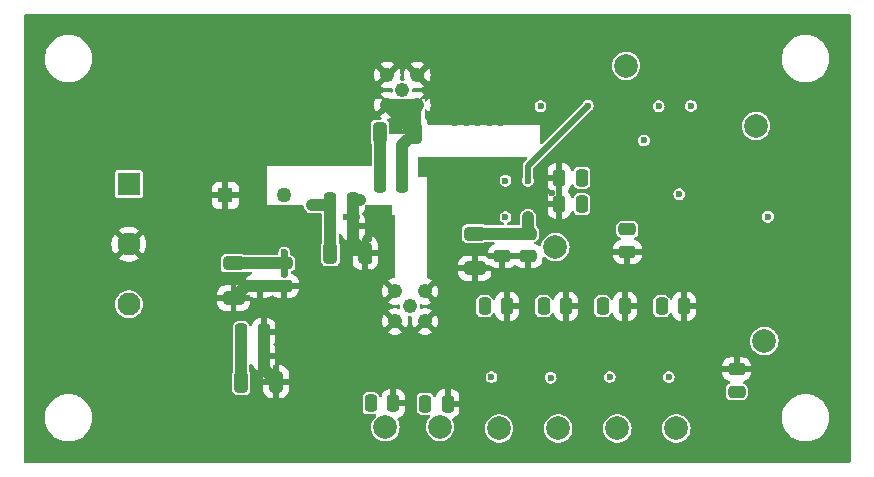
<source format=gbl>
G04 #@! TF.GenerationSoftware,KiCad,Pcbnew,8.0.2-8.0.2-0~ubuntu22.04.1*
G04 #@! TF.CreationDate,2024-06-03T16:52:49-05:00*
G04 #@! TF.ProjectId,peak-holder,7065616b-2d68-46f6-9c64-65722e6b6963,rev?*
G04 #@! TF.SameCoordinates,Original*
G04 #@! TF.FileFunction,Copper,L4,Bot*
G04 #@! TF.FilePolarity,Positive*
%FSLAX46Y46*%
G04 Gerber Fmt 4.6, Leading zero omitted, Abs format (unit mm)*
G04 Created by KiCad (PCBNEW 8.0.2-8.0.2-0~ubuntu22.04.1) date 2024-06-03 16:52:49*
%MOMM*%
%LPD*%
G01*
G04 APERTURE LIST*
G04 Aperture macros list*
%AMRoundRect*
0 Rectangle with rounded corners*
0 $1 Rounding radius*
0 $2 $3 $4 $5 $6 $7 $8 $9 X,Y pos of 4 corners*
0 Add a 4 corners polygon primitive as box body*
4,1,4,$2,$3,$4,$5,$6,$7,$8,$9,$2,$3,0*
0 Add four circle primitives for the rounded corners*
1,1,$1+$1,$2,$3*
1,1,$1+$1,$4,$5*
1,1,$1+$1,$6,$7*
1,1,$1+$1,$8,$9*
0 Add four rect primitives between the rounded corners*
20,1,$1+$1,$2,$3,$4,$5,0*
20,1,$1+$1,$4,$5,$6,$7,0*
20,1,$1+$1,$6,$7,$8,$9,0*
20,1,$1+$1,$8,$9,$2,$3,0*%
G04 Aperture macros list end*
G04 #@! TA.AperFunction,ComponentPad*
%ADD10C,2.000000*%
G04 #@! TD*
G04 #@! TA.AperFunction,ComponentPad*
%ADD11R,1.950000X1.950000*%
G04 #@! TD*
G04 #@! TA.AperFunction,ComponentPad*
%ADD12C,1.950000*%
G04 #@! TD*
G04 #@! TA.AperFunction,ComponentPad*
%ADD13C,1.240000*%
G04 #@! TD*
G04 #@! TA.AperFunction,ComponentPad*
%ADD14R,1.270000X1.270000*%
G04 #@! TD*
G04 #@! TA.AperFunction,ComponentPad*
%ADD15C,1.270000*%
G04 #@! TD*
G04 #@! TA.AperFunction,SMDPad,CuDef*
%ADD16RoundRect,0.250000X0.250000X0.475000X-0.250000X0.475000X-0.250000X-0.475000X0.250000X-0.475000X0*%
G04 #@! TD*
G04 #@! TA.AperFunction,SMDPad,CuDef*
%ADD17RoundRect,0.250000X-0.650000X0.325000X-0.650000X-0.325000X0.650000X-0.325000X0.650000X0.325000X0*%
G04 #@! TD*
G04 #@! TA.AperFunction,SMDPad,CuDef*
%ADD18RoundRect,0.250000X-0.250000X-0.475000X0.250000X-0.475000X0.250000X0.475000X-0.250000X0.475000X0*%
G04 #@! TD*
G04 #@! TA.AperFunction,SMDPad,CuDef*
%ADD19RoundRect,0.250000X0.475000X-0.250000X0.475000X0.250000X-0.475000X0.250000X-0.475000X-0.250000X0*%
G04 #@! TD*
G04 #@! TA.AperFunction,SMDPad,CuDef*
%ADD20RoundRect,0.250000X-0.325000X-0.650000X0.325000X-0.650000X0.325000X0.650000X-0.325000X0.650000X0*%
G04 #@! TD*
G04 #@! TA.AperFunction,SMDPad,CuDef*
%ADD21RoundRect,0.250000X-0.475000X0.250000X-0.475000X-0.250000X0.475000X-0.250000X0.475000X0.250000X0*%
G04 #@! TD*
G04 #@! TA.AperFunction,SMDPad,CuDef*
%ADD22RoundRect,0.250000X0.650000X-0.325000X0.650000X0.325000X-0.650000X0.325000X-0.650000X-0.325000X0*%
G04 #@! TD*
G04 #@! TA.AperFunction,ViaPad*
%ADD23C,0.600000*%
G04 #@! TD*
G04 #@! TA.AperFunction,Conductor*
%ADD24C,1.000000*%
G04 #@! TD*
G04 #@! TA.AperFunction,Conductor*
%ADD25C,0.600000*%
G04 #@! TD*
G04 #@! TA.AperFunction,Conductor*
%ADD26C,0.300000*%
G04 #@! TD*
G04 #@! TA.AperFunction,Conductor*
%ADD27C,0.500000*%
G04 #@! TD*
G04 APERTURE END LIST*
D10*
X108250000Y-70100000D03*
D11*
X61900000Y-49420000D03*
D12*
X61900000Y-54500000D03*
X61900000Y-59580000D03*
D10*
X98000000Y-54750000D03*
D13*
X85700000Y-59770000D03*
X86970000Y-61040000D03*
X86970000Y-58500000D03*
X84430000Y-61040000D03*
X84430000Y-58500000D03*
D10*
X104000000Y-39400000D03*
X115700000Y-62700000D03*
X115000000Y-44500000D03*
D14*
X70060000Y-50370001D03*
D15*
X75060000Y-50370001D03*
D10*
X93250000Y-70100000D03*
X88250000Y-69975000D03*
D13*
X85060000Y-41470000D03*
X83790000Y-40200000D03*
X83790000Y-42740000D03*
X86330000Y-40200000D03*
X86330000Y-42740000D03*
D10*
X103250000Y-70100000D03*
X83625000Y-70000000D03*
X98250000Y-70100000D03*
D16*
X108911051Y-59750000D03*
X107011051Y-59750000D03*
D17*
X70760000Y-56120001D03*
X70760000Y-59070001D03*
D18*
X71410000Y-61955001D03*
X73310000Y-61955001D03*
X83160000Y-47300001D03*
X85060000Y-47300001D03*
X78960000Y-52970001D03*
X80860000Y-52970001D03*
X83160000Y-49370001D03*
X85060000Y-49370001D03*
D19*
X104106249Y-55150000D03*
X104106249Y-53250000D03*
D20*
X71410000Y-66155001D03*
X74360000Y-66155001D03*
D18*
X78960000Y-50857501D03*
X80860000Y-50857501D03*
X98349150Y-51116700D03*
X100249150Y-51116700D03*
D20*
X83160000Y-45055001D03*
X86110000Y-45055001D03*
D16*
X103911051Y-59750000D03*
X102011051Y-59750000D03*
D21*
X75060000Y-56120001D03*
X75060000Y-58020001D03*
D18*
X71410000Y-63970001D03*
X73310000Y-63970001D03*
D19*
X93518950Y-55500000D03*
X93518950Y-53600000D03*
D16*
X98911051Y-59750000D03*
X97011051Y-59750000D03*
D18*
X82384800Y-67981200D03*
X84284800Y-67981200D03*
X86984800Y-68000000D03*
X88884800Y-68000000D03*
D20*
X78960000Y-55257501D03*
X81910000Y-55257501D03*
D21*
X113349999Y-65088949D03*
X113349999Y-66988949D03*
D16*
X93911051Y-59750000D03*
X92011051Y-59750000D03*
D22*
X91183950Y-56550000D03*
X91183950Y-53600000D03*
D19*
X95683950Y-55500000D03*
X95683950Y-53600000D03*
D21*
X72995000Y-56120001D03*
X72995000Y-58020001D03*
D16*
X100249150Y-48865400D03*
X98349150Y-48865400D03*
D23*
X80288889Y-52200000D03*
X65831104Y-72400000D03*
X68888880Y-72400000D03*
X122400000Y-44799998D03*
X79591096Y-35600000D03*
X73475544Y-35600000D03*
X78444440Y-47300000D03*
X88966666Y-47600000D03*
X53600000Y-46333331D03*
X93800000Y-47600000D03*
X73475544Y-72400000D03*
X76600000Y-56822222D03*
X87600000Y-52955555D03*
X53600000Y-37133333D03*
X122400000Y-53999996D03*
X104053304Y-35600000D03*
X74888888Y-47300000D03*
X122400000Y-70866659D03*
X119342184Y-72400000D03*
X56657776Y-35600000D03*
X88764424Y-35600000D03*
X99466640Y-35600000D03*
X87600000Y-54777777D03*
X62773328Y-72400000D03*
X91822200Y-72400000D03*
X90293312Y-35600000D03*
X58186664Y-72400000D03*
X120871072Y-72400000D03*
X53600000Y-55533329D03*
X53600000Y-63199994D03*
X55128888Y-35600000D03*
X82200000Y-55000000D03*
X122400000Y-47866664D03*
X53600000Y-43266665D03*
X99466640Y-72400000D03*
X78062208Y-72400000D03*
X94879976Y-72400000D03*
X53600000Y-57066662D03*
X76533320Y-35600000D03*
X56657776Y-72400000D03*
X114755520Y-35600000D03*
X59715552Y-72400000D03*
X65831104Y-35600000D03*
X100995528Y-72400000D03*
X73160000Y-48540740D03*
X87600000Y-50222222D03*
X104053304Y-72400000D03*
X108639968Y-72400000D03*
X122400000Y-37133333D03*
X85706648Y-35600000D03*
X97937752Y-35600000D03*
X59715552Y-35600000D03*
X71946656Y-72400000D03*
X87235536Y-35600000D03*
X67359992Y-35600000D03*
X96408864Y-35600000D03*
X122400000Y-35600000D03*
X53600000Y-70866659D03*
X122400000Y-52466663D03*
X81111104Y-47300000D03*
X87235536Y-72400000D03*
X91866664Y-47600000D03*
X71946656Y-35600000D03*
X105582192Y-35600000D03*
X116284408Y-35600000D03*
X107111080Y-72400000D03*
X55128888Y-72400000D03*
X108639968Y-35600000D03*
X82648872Y-35600000D03*
X53600000Y-66266660D03*
X53600000Y-41733332D03*
X81500000Y-50750000D03*
X93400000Y-44200000D03*
X53600000Y-67799993D03*
X73160000Y-50600000D03*
X122400000Y-63199994D03*
X53600000Y-69333326D03*
X81119984Y-35600000D03*
X53600000Y-61666661D03*
X80222216Y-47300000D03*
X87600000Y-56600000D03*
X102524416Y-35600000D03*
X64302216Y-72400000D03*
X88764424Y-72400000D03*
X73160000Y-47511111D03*
X84177760Y-72400000D03*
X122400000Y-61666661D03*
X92433330Y-44200000D03*
X81119984Y-72400000D03*
X53600000Y-60133328D03*
X111697744Y-72400000D03*
X113226632Y-35600000D03*
X87600000Y-51133333D03*
X53600000Y-50933330D03*
X70417768Y-72400000D03*
X122400000Y-46333331D03*
X75777776Y-47300000D03*
X93351088Y-35600000D03*
X53600000Y-40199999D03*
X94287500Y-63500000D03*
X87600000Y-53866666D03*
X88400000Y-48600000D03*
X77400000Y-52400000D03*
X61244440Y-35600000D03*
X119342184Y-35600000D03*
X53600000Y-64733327D03*
X122400000Y-69333326D03*
X110168856Y-72400000D03*
X82000000Y-46466666D03*
X53600000Y-52466663D03*
X70417768Y-35600000D03*
X122400000Y-40199999D03*
X89933332Y-47600000D03*
X76200000Y-52600000D03*
X53600000Y-58599995D03*
X122400000Y-58599995D03*
X100995528Y-35600000D03*
X122400000Y-60133328D03*
X117813296Y-72400000D03*
X122400000Y-50933330D03*
X82200000Y-54088889D03*
X79591096Y-72400000D03*
X122400000Y-49399997D03*
X81200000Y-52200000D03*
X76200000Y-53655555D03*
X53600000Y-49399997D03*
X99287500Y-63500000D03*
X122400000Y-43266665D03*
X96408864Y-72400000D03*
X90293312Y-72400000D03*
X68888880Y-35600000D03*
X122400000Y-66266660D03*
X87600000Y-55688888D03*
X62773328Y-35600000D03*
X122400000Y-64733327D03*
X90899998Y-47600000D03*
X58186664Y-35600000D03*
X79333328Y-47300000D03*
X91466664Y-44200000D03*
X93351088Y-72400000D03*
X90499998Y-44200000D03*
X111697744Y-35600000D03*
X76533320Y-72400000D03*
X53600000Y-38666666D03*
X77555552Y-47300000D03*
X116284408Y-72400000D03*
X78062208Y-35600000D03*
X92833330Y-47600000D03*
X120871072Y-35600000D03*
X110168856Y-35600000D03*
X76600000Y-54711110D03*
X67359992Y-72400000D03*
X76666664Y-47300000D03*
X53600000Y-53999996D03*
X104287500Y-63500000D03*
X73160000Y-49570369D03*
X85706648Y-72400000D03*
X114755520Y-72400000D03*
X107111080Y-35600000D03*
X88400000Y-49600000D03*
X122400000Y-72400000D03*
X82200000Y-53177778D03*
X122400000Y-57066662D03*
X53600000Y-72400000D03*
X82000000Y-45533333D03*
X94879976Y-35600000D03*
X82200000Y-56822222D03*
X53600000Y-47866664D03*
X113226632Y-72400000D03*
X76600000Y-55766665D03*
X75004432Y-72400000D03*
X84177760Y-35600000D03*
X122400000Y-38666666D03*
X87600000Y-52044444D03*
X97718750Y-50186200D03*
X82200000Y-52266667D03*
X53600000Y-35600000D03*
X117813296Y-35600000D03*
X82000000Y-47300000D03*
X89533332Y-44200000D03*
X53600000Y-44799998D03*
X82648872Y-72400000D03*
X75004432Y-35600000D03*
X74000000Y-47300000D03*
X97937752Y-72400000D03*
X122400000Y-41733332D03*
X82200000Y-55911111D03*
X122400000Y-55533329D03*
X64302216Y-35600000D03*
X102524416Y-72400000D03*
X61244440Y-72400000D03*
X122400000Y-67799993D03*
X105582192Y-72400000D03*
X91822200Y-35600000D03*
X77400000Y-51200000D03*
X107011051Y-59750000D03*
X97011051Y-59750000D03*
X95683950Y-52202100D03*
X109480000Y-42797501D03*
X102011051Y-59750000D03*
X71400000Y-62800000D03*
X116000000Y-52175000D03*
X113349999Y-66988949D03*
X83155500Y-49200000D03*
X75060000Y-57000000D03*
X106750000Y-42822501D03*
X75060000Y-55200000D03*
X104106249Y-53250000D03*
X100249150Y-51116700D03*
X108500000Y-50262500D03*
X92011051Y-59750000D03*
X100249150Y-48865400D03*
X86984800Y-68000000D03*
X82384800Y-67981200D03*
X107600000Y-65750000D03*
X102600000Y-65750000D03*
X97600000Y-65800000D03*
X96750000Y-42812501D03*
X93783950Y-49127100D03*
X100750000Y-42787501D03*
X95683950Y-49127100D03*
X93783950Y-52202100D03*
X105500000Y-45722501D03*
X92600000Y-65750000D03*
D24*
X85060000Y-46105001D02*
X86110000Y-45055001D01*
X83790000Y-42740000D02*
X85000000Y-42740000D01*
X80860000Y-54207501D02*
X81910000Y-55257501D01*
X71810000Y-58020001D02*
X70760000Y-59070001D01*
X86110000Y-45055001D02*
X86110000Y-42960000D01*
X81500000Y-50750000D02*
X80967501Y-50750000D01*
X86105001Y-45055001D02*
X83790000Y-42740000D01*
X85060000Y-49370001D02*
X85060000Y-46105001D01*
X85000000Y-42740000D02*
X86330000Y-42740000D01*
X80967501Y-50750000D02*
X80860000Y-50857501D01*
X86110000Y-42960000D02*
X86330000Y-42740000D01*
X86110000Y-45055001D02*
X86105001Y-45055001D01*
X73310000Y-65105001D02*
X74360000Y-66155001D01*
X80860000Y-54207501D02*
X80860000Y-50857501D01*
X86110000Y-43850000D02*
X85000000Y-42740000D01*
X75060000Y-58020001D02*
X71810000Y-58020001D01*
X86110000Y-45055001D02*
X86110000Y-43850000D01*
X73310000Y-61955001D02*
X73310000Y-65105001D01*
X78960000Y-55257501D02*
X78960000Y-50857501D01*
X77400000Y-51200000D02*
X78617501Y-51200000D01*
D25*
X78617501Y-51200000D02*
X78960000Y-50857501D01*
D24*
X95683950Y-52202100D02*
X95683950Y-53600000D01*
D25*
X75060000Y-57000000D02*
X75060000Y-56120001D01*
D24*
X70760000Y-56120001D02*
X75060000Y-56120001D01*
D25*
X75060000Y-56120001D02*
X75060000Y-55200000D01*
D26*
X83155500Y-49000000D02*
X83160000Y-48995500D01*
D24*
X83160000Y-48995500D02*
X83160000Y-45055001D01*
X95683950Y-53600000D02*
X91183950Y-53600000D01*
X71410000Y-66155001D02*
X71410000Y-61955001D01*
D27*
X100750000Y-42787501D02*
X95683950Y-47853551D01*
X95683950Y-48250000D02*
X95683950Y-49127100D01*
X95683950Y-47853551D02*
X95683950Y-48250000D01*
G04 #@! TA.AperFunction,Conductor*
G36*
X85035000Y-44397142D02*
G01*
X85035000Y-44805001D01*
X85391876Y-44805001D01*
X85737500Y-45200000D01*
X84059500Y-45200000D01*
X83992461Y-45180315D01*
X83946706Y-45127511D01*
X83935500Y-45076000D01*
X83935500Y-44350731D01*
X83932646Y-44320301D01*
X83932646Y-44320299D01*
X83887793Y-44192120D01*
X83887792Y-44192118D01*
X83809386Y-44085881D01*
X83807150Y-44082851D01*
X83807148Y-44082850D01*
X83807148Y-44082849D01*
X83800579Y-44076280D01*
X83801788Y-44075070D01*
X83766143Y-44028119D01*
X83760687Y-43958462D01*
X83793756Y-43896914D01*
X83854852Y-43863015D01*
X83882029Y-43860000D01*
X83893781Y-43860000D01*
X84097813Y-43821859D01*
X84097814Y-43821859D01*
X84291370Y-43746875D01*
X84385214Y-43688768D01*
X84385214Y-43688767D01*
X84196447Y-43500000D01*
X84250000Y-43500000D01*
X85035000Y-44397142D01*
G37*
G04 #@! TD.AperFunction*
G04 #@! TA.AperFunction,Conductor*
G36*
X122943039Y-35019685D02*
G01*
X122988794Y-35072489D01*
X123000000Y-35124000D01*
X123000000Y-72876000D01*
X122980315Y-72943039D01*
X122927511Y-72988794D01*
X122876000Y-73000000D01*
X53124000Y-73000000D01*
X53056961Y-72980315D01*
X53011206Y-72927511D01*
X53000000Y-72876000D01*
X53000000Y-69068610D01*
X54795500Y-69068610D01*
X54795500Y-69331389D01*
X54813132Y-69465308D01*
X54829798Y-69591898D01*
X54897806Y-69845708D01*
X54897807Y-69845711D01*
X54897809Y-69845717D01*
X54998359Y-70088466D01*
X54998364Y-70088477D01*
X55075186Y-70221535D01*
X55129743Y-70316030D01*
X55129745Y-70316033D01*
X55129746Y-70316034D01*
X55289701Y-70524493D01*
X55289707Y-70524500D01*
X55475499Y-70710292D01*
X55475506Y-70710298D01*
X55507293Y-70734689D01*
X55683970Y-70870257D01*
X55799787Y-70937124D01*
X55911522Y-71001635D01*
X55911527Y-71001637D01*
X55911530Y-71001639D01*
X56154292Y-71102194D01*
X56408102Y-71170202D01*
X56668618Y-71204500D01*
X56668625Y-71204500D01*
X56931375Y-71204500D01*
X56931382Y-71204500D01*
X57191898Y-71170202D01*
X57445708Y-71102194D01*
X57688470Y-71001639D01*
X57916030Y-70870257D01*
X58124495Y-70710297D01*
X58310297Y-70524495D01*
X58470257Y-70316030D01*
X58601639Y-70088470D01*
X58702194Y-69845708D01*
X58770202Y-69591898D01*
X58804500Y-69331382D01*
X58804500Y-69068618D01*
X58804328Y-69067315D01*
X58799935Y-69033944D01*
X58770202Y-68808102D01*
X58702194Y-68554292D01*
X58696646Y-68540899D01*
X58601640Y-68311533D01*
X58601635Y-68311522D01*
X58524263Y-68177511D01*
X58470257Y-68083970D01*
X58310297Y-67875505D01*
X58310292Y-67875499D01*
X58124500Y-67689707D01*
X58124493Y-67689701D01*
X57916034Y-67529746D01*
X57916033Y-67529745D01*
X57916030Y-67529743D01*
X57792374Y-67458350D01*
X57688477Y-67398364D01*
X57688466Y-67398359D01*
X57445717Y-67297809D01*
X57445711Y-67297807D01*
X57445708Y-67297806D01*
X57191898Y-67229798D01*
X57134005Y-67222176D01*
X56931389Y-67195500D01*
X56931382Y-67195500D01*
X56668618Y-67195500D01*
X56668610Y-67195500D01*
X56437048Y-67225987D01*
X56408102Y-67229798D01*
X56154292Y-67297806D01*
X56154290Y-67297806D01*
X56154282Y-67297809D01*
X55911533Y-67398359D01*
X55911522Y-67398364D01*
X55683965Y-67529746D01*
X55475506Y-67689701D01*
X55475499Y-67689707D01*
X55289707Y-67875499D01*
X55289701Y-67875506D01*
X55129746Y-68083965D01*
X54998364Y-68311522D01*
X54998359Y-68311533D01*
X54897809Y-68554282D01*
X54897806Y-68554290D01*
X54897806Y-68554292D01*
X54833544Y-68794124D01*
X54829798Y-68808103D01*
X54795500Y-69068610D01*
X53000000Y-69068610D01*
X53000000Y-65450731D01*
X70634500Y-65450731D01*
X70634500Y-66859270D01*
X70637353Y-66889700D01*
X70637353Y-66889702D01*
X70682206Y-67017881D01*
X70682207Y-67017883D01*
X70762850Y-67127151D01*
X70872118Y-67207794D01*
X70914845Y-67222745D01*
X71000299Y-67252647D01*
X71030730Y-67255501D01*
X71030734Y-67255501D01*
X71789270Y-67255501D01*
X71819699Y-67252647D01*
X71819701Y-67252647D01*
X71884998Y-67229798D01*
X71947882Y-67207794D01*
X72057150Y-67127151D01*
X72137793Y-67017883D01*
X72160219Y-66953791D01*
X72182646Y-66889702D01*
X72182646Y-66889700D01*
X72185500Y-66859270D01*
X72185500Y-66854987D01*
X73285001Y-66854987D01*
X73295494Y-66957698D01*
X73350641Y-67124120D01*
X73350643Y-67124125D01*
X73442684Y-67273346D01*
X73566654Y-67397316D01*
X73715875Y-67489357D01*
X73715880Y-67489359D01*
X73882302Y-67544506D01*
X73882309Y-67544507D01*
X73985019Y-67555000D01*
X74109999Y-67555000D01*
X74610000Y-67555000D01*
X74734972Y-67555000D01*
X74734986Y-67554999D01*
X74837697Y-67544506D01*
X75004119Y-67489359D01*
X75004124Y-67489357D01*
X75064802Y-67451930D01*
X81684300Y-67451930D01*
X81684300Y-68510469D01*
X81687153Y-68540899D01*
X81687153Y-68540901D01*
X81732006Y-68669080D01*
X81732007Y-68669082D01*
X81812650Y-68778350D01*
X81921918Y-68858993D01*
X81964645Y-68873944D01*
X82050099Y-68903846D01*
X82080530Y-68906700D01*
X82080534Y-68906700D01*
X82689066Y-68906700D01*
X82713811Y-68904379D01*
X82782394Y-68917717D01*
X82832881Y-68966017D01*
X82849240Y-69033944D01*
X82826277Y-69099933D01*
X82808929Y-69119474D01*
X82734018Y-69187764D01*
X82599943Y-69365308D01*
X82599938Y-69365316D01*
X82500775Y-69564461D01*
X82500769Y-69564476D01*
X82439885Y-69778462D01*
X82439884Y-69778464D01*
X82419357Y-69999999D01*
X82419357Y-70000000D01*
X82439884Y-70221535D01*
X82439885Y-70221537D01*
X82500769Y-70435523D01*
X82500775Y-70435538D01*
X82599938Y-70634683D01*
X82599943Y-70634691D01*
X82734020Y-70812238D01*
X82898437Y-70962123D01*
X82898439Y-70962125D01*
X83087595Y-71079245D01*
X83087596Y-71079245D01*
X83087599Y-71079247D01*
X83295060Y-71159618D01*
X83513757Y-71200500D01*
X83513759Y-71200500D01*
X83736241Y-71200500D01*
X83736243Y-71200500D01*
X83954940Y-71159618D01*
X84162401Y-71079247D01*
X84351562Y-70962124D01*
X84515981Y-70812236D01*
X84650058Y-70634689D01*
X84749229Y-70435528D01*
X84810115Y-70221536D01*
X84830643Y-70000000D01*
X84828326Y-69975000D01*
X84810115Y-69778464D01*
X84810114Y-69778462D01*
X84803001Y-69753464D01*
X84749229Y-69564472D01*
X84736782Y-69539476D01*
X84647503Y-69360179D01*
X84649451Y-69359208D01*
X84633442Y-69301070D01*
X84654256Y-69234372D01*
X84707825Y-69189516D01*
X84718420Y-69185458D01*
X84853919Y-69140558D01*
X84853924Y-69140556D01*
X85003145Y-69048515D01*
X85127115Y-68924545D01*
X85219156Y-68775324D01*
X85219158Y-68775319D01*
X85274305Y-68608897D01*
X85274306Y-68608890D01*
X85284799Y-68506186D01*
X85284800Y-68506173D01*
X85284800Y-68231200D01*
X84158800Y-68231200D01*
X84091761Y-68211515D01*
X84046006Y-68158711D01*
X84034800Y-68107200D01*
X84034800Y-67731200D01*
X84534800Y-67731200D01*
X85284799Y-67731200D01*
X85284799Y-67470730D01*
X86284300Y-67470730D01*
X86284300Y-68529269D01*
X86287153Y-68559699D01*
X86287153Y-68559701D01*
X86332006Y-68687880D01*
X86332007Y-68687882D01*
X86412650Y-68797150D01*
X86521918Y-68877793D01*
X86564645Y-68892744D01*
X86650099Y-68922646D01*
X86680530Y-68925500D01*
X86680534Y-68925500D01*
X87289077Y-68925500D01*
X87291962Y-68925365D01*
X87292008Y-68926354D01*
X87356669Y-68938907D01*
X87407171Y-68987190D01*
X87423553Y-69055112D01*
X87400612Y-69121108D01*
X87383241Y-69140681D01*
X87359021Y-69162760D01*
X87224943Y-69340308D01*
X87224938Y-69340316D01*
X87125775Y-69539461D01*
X87125769Y-69539476D01*
X87064885Y-69753462D01*
X87064884Y-69753464D01*
X87044357Y-69974999D01*
X87044357Y-69975000D01*
X87064884Y-70196535D01*
X87064885Y-70196537D01*
X87125769Y-70410523D01*
X87125775Y-70410538D01*
X87224938Y-70609683D01*
X87224943Y-70609691D01*
X87359020Y-70787238D01*
X87523437Y-70937123D01*
X87523439Y-70937125D01*
X87712595Y-71054245D01*
X87712596Y-71054245D01*
X87712599Y-71054247D01*
X87920060Y-71134618D01*
X88138757Y-71175500D01*
X88138759Y-71175500D01*
X88361241Y-71175500D01*
X88361243Y-71175500D01*
X88579940Y-71134618D01*
X88787401Y-71054247D01*
X88976562Y-70937124D01*
X89140981Y-70787236D01*
X89275058Y-70609689D01*
X89374229Y-70410528D01*
X89435115Y-70196536D01*
X89444060Y-70099999D01*
X92044357Y-70099999D01*
X92044357Y-70100000D01*
X92064884Y-70321535D01*
X92064885Y-70321537D01*
X92125769Y-70535523D01*
X92125775Y-70535538D01*
X92224938Y-70734683D01*
X92224943Y-70734691D01*
X92359020Y-70912238D01*
X92523437Y-71062123D01*
X92523439Y-71062125D01*
X92712595Y-71179245D01*
X92712596Y-71179245D01*
X92712599Y-71179247D01*
X92920060Y-71259618D01*
X93138757Y-71300500D01*
X93138759Y-71300500D01*
X93361241Y-71300500D01*
X93361243Y-71300500D01*
X93579940Y-71259618D01*
X93787401Y-71179247D01*
X93976562Y-71062124D01*
X94140981Y-70912236D01*
X94275058Y-70734689D01*
X94374229Y-70535528D01*
X94435115Y-70321536D01*
X94455643Y-70100000D01*
X94455643Y-70099999D01*
X97044357Y-70099999D01*
X97044357Y-70100000D01*
X97064884Y-70321535D01*
X97064885Y-70321537D01*
X97125769Y-70535523D01*
X97125775Y-70535538D01*
X97224938Y-70734683D01*
X97224943Y-70734691D01*
X97359020Y-70912238D01*
X97523437Y-71062123D01*
X97523439Y-71062125D01*
X97712595Y-71179245D01*
X97712596Y-71179245D01*
X97712599Y-71179247D01*
X97920060Y-71259618D01*
X98138757Y-71300500D01*
X98138759Y-71300500D01*
X98361241Y-71300500D01*
X98361243Y-71300500D01*
X98579940Y-71259618D01*
X98787401Y-71179247D01*
X98976562Y-71062124D01*
X99140981Y-70912236D01*
X99275058Y-70734689D01*
X99374229Y-70535528D01*
X99435115Y-70321536D01*
X99455643Y-70100000D01*
X99455643Y-70099999D01*
X102044357Y-70099999D01*
X102044357Y-70100000D01*
X102064884Y-70321535D01*
X102064885Y-70321537D01*
X102125769Y-70535523D01*
X102125775Y-70535538D01*
X102224938Y-70734683D01*
X102224943Y-70734691D01*
X102359020Y-70912238D01*
X102523437Y-71062123D01*
X102523439Y-71062125D01*
X102712595Y-71179245D01*
X102712596Y-71179245D01*
X102712599Y-71179247D01*
X102920060Y-71259618D01*
X103138757Y-71300500D01*
X103138759Y-71300500D01*
X103361241Y-71300500D01*
X103361243Y-71300500D01*
X103579940Y-71259618D01*
X103787401Y-71179247D01*
X103976562Y-71062124D01*
X104140981Y-70912236D01*
X104275058Y-70734689D01*
X104374229Y-70535528D01*
X104435115Y-70321536D01*
X104455643Y-70100000D01*
X104455643Y-70099999D01*
X107044357Y-70099999D01*
X107044357Y-70100000D01*
X107064884Y-70321535D01*
X107064885Y-70321537D01*
X107125769Y-70535523D01*
X107125775Y-70535538D01*
X107224938Y-70734683D01*
X107224943Y-70734691D01*
X107359020Y-70912238D01*
X107523437Y-71062123D01*
X107523439Y-71062125D01*
X107712595Y-71179245D01*
X107712596Y-71179245D01*
X107712599Y-71179247D01*
X107920060Y-71259618D01*
X108138757Y-71300500D01*
X108138759Y-71300500D01*
X108361241Y-71300500D01*
X108361243Y-71300500D01*
X108579940Y-71259618D01*
X108787401Y-71179247D01*
X108976562Y-71062124D01*
X109140981Y-70912236D01*
X109275058Y-70734689D01*
X109374229Y-70535528D01*
X109435115Y-70321536D01*
X109455643Y-70100000D01*
X109435115Y-69878464D01*
X109374229Y-69664472D01*
X109374224Y-69664461D01*
X109275061Y-69465316D01*
X109275056Y-69465308D01*
X109140979Y-69287761D01*
X108976562Y-69137876D01*
X108976560Y-69137874D01*
X108864694Y-69068610D01*
X117195500Y-69068610D01*
X117195500Y-69331389D01*
X117213132Y-69465308D01*
X117229798Y-69591898D01*
X117297806Y-69845708D01*
X117297807Y-69845711D01*
X117297809Y-69845717D01*
X117398359Y-70088466D01*
X117398364Y-70088477D01*
X117475186Y-70221535D01*
X117529743Y-70316030D01*
X117529745Y-70316033D01*
X117529746Y-70316034D01*
X117689701Y-70524493D01*
X117689707Y-70524500D01*
X117875499Y-70710292D01*
X117875506Y-70710298D01*
X117907293Y-70734689D01*
X118083970Y-70870257D01*
X118199787Y-70937124D01*
X118311522Y-71001635D01*
X118311527Y-71001637D01*
X118311530Y-71001639D01*
X118554292Y-71102194D01*
X118808102Y-71170202D01*
X119068618Y-71204500D01*
X119068625Y-71204500D01*
X119331375Y-71204500D01*
X119331382Y-71204500D01*
X119591898Y-71170202D01*
X119845708Y-71102194D01*
X120088470Y-71001639D01*
X120316030Y-70870257D01*
X120524495Y-70710297D01*
X120710297Y-70524495D01*
X120870257Y-70316030D01*
X121001639Y-70088470D01*
X121102194Y-69845708D01*
X121170202Y-69591898D01*
X121204500Y-69331382D01*
X121204500Y-69068618D01*
X121204328Y-69067315D01*
X121199935Y-69033944D01*
X121170202Y-68808102D01*
X121102194Y-68554292D01*
X121096646Y-68540899D01*
X121001640Y-68311533D01*
X121001635Y-68311522D01*
X120924263Y-68177511D01*
X120870257Y-68083970D01*
X120710297Y-67875505D01*
X120710292Y-67875499D01*
X120524500Y-67689707D01*
X120524493Y-67689701D01*
X120316034Y-67529746D01*
X120316033Y-67529745D01*
X120316030Y-67529743D01*
X120192374Y-67458350D01*
X120088477Y-67398364D01*
X120088466Y-67398359D01*
X119845717Y-67297809D01*
X119845711Y-67297807D01*
X119845708Y-67297806D01*
X119591898Y-67229798D01*
X119534005Y-67222176D01*
X119331389Y-67195500D01*
X119331382Y-67195500D01*
X119068618Y-67195500D01*
X119068610Y-67195500D01*
X118837048Y-67225987D01*
X118808102Y-67229798D01*
X118554292Y-67297806D01*
X118554290Y-67297806D01*
X118554282Y-67297809D01*
X118311533Y-67398359D01*
X118311522Y-67398364D01*
X118083965Y-67529746D01*
X117875506Y-67689701D01*
X117875499Y-67689707D01*
X117689707Y-67875499D01*
X117689701Y-67875506D01*
X117529746Y-68083965D01*
X117398364Y-68311522D01*
X117398359Y-68311533D01*
X117297809Y-68554282D01*
X117297806Y-68554290D01*
X117297806Y-68554292D01*
X117233544Y-68794124D01*
X117229798Y-68808103D01*
X117195500Y-69068610D01*
X108864694Y-69068610D01*
X108787404Y-69020754D01*
X108787398Y-69020752D01*
X108579940Y-68940382D01*
X108361243Y-68899500D01*
X108138757Y-68899500D01*
X107920060Y-68940382D01*
X107853889Y-68966017D01*
X107712601Y-69020752D01*
X107712595Y-69020754D01*
X107523439Y-69137874D01*
X107523437Y-69137876D01*
X107359020Y-69287761D01*
X107224943Y-69465308D01*
X107224938Y-69465316D01*
X107125775Y-69664461D01*
X107125769Y-69664476D01*
X107064885Y-69878462D01*
X107064884Y-69878464D01*
X107044357Y-70099999D01*
X104455643Y-70099999D01*
X104435115Y-69878464D01*
X104374229Y-69664472D01*
X104374224Y-69664461D01*
X104275061Y-69465316D01*
X104275056Y-69465308D01*
X104140979Y-69287761D01*
X103976562Y-69137876D01*
X103976560Y-69137874D01*
X103787404Y-69020754D01*
X103787398Y-69020752D01*
X103579940Y-68940382D01*
X103361243Y-68899500D01*
X103138757Y-68899500D01*
X102920060Y-68940382D01*
X102853889Y-68966017D01*
X102712601Y-69020752D01*
X102712595Y-69020754D01*
X102523439Y-69137874D01*
X102523437Y-69137876D01*
X102359020Y-69287761D01*
X102224943Y-69465308D01*
X102224938Y-69465316D01*
X102125775Y-69664461D01*
X102125769Y-69664476D01*
X102064885Y-69878462D01*
X102064884Y-69878464D01*
X102044357Y-70099999D01*
X99455643Y-70099999D01*
X99435115Y-69878464D01*
X99374229Y-69664472D01*
X99374224Y-69664461D01*
X99275061Y-69465316D01*
X99275056Y-69465308D01*
X99140979Y-69287761D01*
X98976562Y-69137876D01*
X98976560Y-69137874D01*
X98787404Y-69020754D01*
X98787398Y-69020752D01*
X98579940Y-68940382D01*
X98361243Y-68899500D01*
X98138757Y-68899500D01*
X97920060Y-68940382D01*
X97853889Y-68966017D01*
X97712601Y-69020752D01*
X97712595Y-69020754D01*
X97523439Y-69137874D01*
X97523437Y-69137876D01*
X97359020Y-69287761D01*
X97224943Y-69465308D01*
X97224938Y-69465316D01*
X97125775Y-69664461D01*
X97125769Y-69664476D01*
X97064885Y-69878462D01*
X97064884Y-69878464D01*
X97044357Y-70099999D01*
X94455643Y-70099999D01*
X94435115Y-69878464D01*
X94374229Y-69664472D01*
X94374224Y-69664461D01*
X94275061Y-69465316D01*
X94275056Y-69465308D01*
X94140979Y-69287761D01*
X93976562Y-69137876D01*
X93976560Y-69137874D01*
X93787404Y-69020754D01*
X93787398Y-69020752D01*
X93579940Y-68940382D01*
X93361243Y-68899500D01*
X93138757Y-68899500D01*
X92920060Y-68940382D01*
X92853889Y-68966017D01*
X92712601Y-69020752D01*
X92712595Y-69020754D01*
X92523439Y-69137874D01*
X92523437Y-69137876D01*
X92359020Y-69287761D01*
X92224943Y-69465308D01*
X92224938Y-69465316D01*
X92125775Y-69664461D01*
X92125769Y-69664476D01*
X92064885Y-69878462D01*
X92064884Y-69878464D01*
X92044357Y-70099999D01*
X89444060Y-70099999D01*
X89455643Y-69975000D01*
X89435115Y-69753464D01*
X89374229Y-69539472D01*
X89337303Y-69465316D01*
X89286785Y-69363862D01*
X89274524Y-69295077D01*
X89301397Y-69230582D01*
X89358781Y-69190884D01*
X89453919Y-69159358D01*
X89453924Y-69159356D01*
X89603145Y-69067315D01*
X89727115Y-68943345D01*
X89819156Y-68794124D01*
X89819158Y-68794119D01*
X89874305Y-68627697D01*
X89874306Y-68627690D01*
X89884799Y-68524986D01*
X89884800Y-68524973D01*
X89884800Y-68250000D01*
X88758800Y-68250000D01*
X88691761Y-68230315D01*
X88646006Y-68177511D01*
X88634800Y-68126000D01*
X88634800Y-67750000D01*
X89134800Y-67750000D01*
X89884799Y-67750000D01*
X89884799Y-67475028D01*
X89884798Y-67475013D01*
X89874305Y-67372302D01*
X89819158Y-67205880D01*
X89819156Y-67205875D01*
X89727115Y-67056654D01*
X89603145Y-66932684D01*
X89453924Y-66840643D01*
X89453919Y-66840641D01*
X89287497Y-66785494D01*
X89287490Y-66785493D01*
X89184786Y-66775000D01*
X89134800Y-66775000D01*
X89134800Y-67750000D01*
X88634800Y-67750000D01*
X88634800Y-66775000D01*
X88634799Y-66774999D01*
X88584829Y-66775000D01*
X88584811Y-66775001D01*
X88482102Y-66785494D01*
X88315680Y-66840641D01*
X88315675Y-66840643D01*
X88166454Y-66932684D01*
X88042484Y-67056654D01*
X87950443Y-67205875D01*
X87950441Y-67205880D01*
X87894705Y-67374082D01*
X87854932Y-67431527D01*
X87790417Y-67458350D01*
X87721641Y-67446035D01*
X87670441Y-67398492D01*
X87659958Y-67376033D01*
X87641628Y-67323650D01*
X87637593Y-67312118D01*
X87556950Y-67202850D01*
X87447682Y-67122207D01*
X87447680Y-67122206D01*
X87319500Y-67077353D01*
X87289070Y-67074500D01*
X87289066Y-67074500D01*
X86680534Y-67074500D01*
X86680530Y-67074500D01*
X86650100Y-67077353D01*
X86650098Y-67077353D01*
X86521919Y-67122206D01*
X86521917Y-67122207D01*
X86412650Y-67202850D01*
X86332007Y-67312117D01*
X86332006Y-67312119D01*
X86287153Y-67440298D01*
X86287153Y-67440300D01*
X86284300Y-67470730D01*
X85284799Y-67470730D01*
X85284799Y-67456228D01*
X85284798Y-67456213D01*
X85274305Y-67353502D01*
X85219158Y-67187080D01*
X85219156Y-67187075D01*
X85127115Y-67037854D01*
X85003145Y-66913884D01*
X84853924Y-66821843D01*
X84853919Y-66821841D01*
X84687497Y-66766694D01*
X84687490Y-66766693D01*
X84584786Y-66756200D01*
X84534800Y-66756200D01*
X84534800Y-67731200D01*
X84034800Y-67731200D01*
X84034800Y-66756200D01*
X84034799Y-66756199D01*
X83984829Y-66756200D01*
X83984811Y-66756201D01*
X83882102Y-66766694D01*
X83715680Y-66821841D01*
X83715675Y-66821843D01*
X83566454Y-66913884D01*
X83442484Y-67037854D01*
X83350443Y-67187075D01*
X83350441Y-67187080D01*
X83294705Y-67355282D01*
X83254932Y-67412727D01*
X83190417Y-67439550D01*
X83121641Y-67427235D01*
X83070441Y-67379692D01*
X83059958Y-67357233D01*
X83037593Y-67293319D01*
X83037592Y-67293317D01*
X83022853Y-67273346D01*
X82956950Y-67184050D01*
X82847682Y-67103407D01*
X82847680Y-67103406D01*
X82719500Y-67058553D01*
X82689070Y-67055700D01*
X82689066Y-67055700D01*
X82080534Y-67055700D01*
X82080530Y-67055700D01*
X82050100Y-67058553D01*
X82050098Y-67058553D01*
X81921919Y-67103406D01*
X81921917Y-67103407D01*
X81812650Y-67184050D01*
X81732007Y-67293317D01*
X81732006Y-67293319D01*
X81687153Y-67421498D01*
X81687153Y-67421500D01*
X81684300Y-67451930D01*
X75064802Y-67451930D01*
X75153345Y-67397316D01*
X75277315Y-67273346D01*
X75369356Y-67124125D01*
X75369358Y-67124120D01*
X75424505Y-66957698D01*
X75424506Y-66957691D01*
X75434999Y-66854987D01*
X75435000Y-66854974D01*
X75435000Y-66405001D01*
X74610000Y-66405001D01*
X74610000Y-67555000D01*
X74109999Y-67555000D01*
X74110000Y-67554999D01*
X74110000Y-66405001D01*
X73285001Y-66405001D01*
X73285001Y-66854987D01*
X72185500Y-66854987D01*
X72185500Y-65450731D01*
X72182646Y-65420301D01*
X72182646Y-65420299D01*
X72149006Y-65324164D01*
X72137793Y-65292119D01*
X72134728Y-65287966D01*
X72110759Y-65222339D01*
X72110500Y-65214335D01*
X72110500Y-64732401D01*
X72130185Y-64665362D01*
X72182989Y-64619607D01*
X72252147Y-64609663D01*
X72315703Y-64638688D01*
X72352206Y-64693397D01*
X72375641Y-64764120D01*
X72375643Y-64764125D01*
X72467684Y-64913346D01*
X72591654Y-65037316D01*
X72740875Y-65129357D01*
X72740880Y-65129359D01*
X72907302Y-65184506D01*
X72907309Y-65184507D01*
X73010019Y-65195000D01*
X73175898Y-65195000D01*
X73242938Y-65214684D01*
X73288693Y-65267488D01*
X73298637Y-65336646D01*
X73296528Y-65345602D01*
X73296911Y-65345684D01*
X73295494Y-65352302D01*
X73285000Y-65455014D01*
X73285000Y-65905001D01*
X74110000Y-65905001D01*
X74610000Y-65905001D01*
X75434999Y-65905001D01*
X75434999Y-65750000D01*
X92094353Y-65750000D01*
X92114834Y-65892456D01*
X92137669Y-65942456D01*
X92174623Y-66023373D01*
X92268872Y-66132143D01*
X92389947Y-66209953D01*
X92389950Y-66209954D01*
X92389949Y-66209954D01*
X92528036Y-66250499D01*
X92528038Y-66250500D01*
X92528039Y-66250500D01*
X92671962Y-66250500D01*
X92671962Y-66250499D01*
X92810053Y-66209953D01*
X92931128Y-66132143D01*
X93025377Y-66023373D01*
X93085165Y-65892457D01*
X93098458Y-65800000D01*
X97094353Y-65800000D01*
X97114834Y-65942456D01*
X97174622Y-66073371D01*
X97174623Y-66073373D01*
X97268872Y-66182143D01*
X97389947Y-66259953D01*
X97389950Y-66259954D01*
X97389949Y-66259954D01*
X97528036Y-66300499D01*
X97528038Y-66300500D01*
X97528039Y-66300500D01*
X97671962Y-66300500D01*
X97671962Y-66300499D01*
X97810053Y-66259953D01*
X97931128Y-66182143D01*
X98025377Y-66073373D01*
X98085165Y-65942457D01*
X98105647Y-65800000D01*
X98098458Y-65750000D01*
X102094353Y-65750000D01*
X102114834Y-65892456D01*
X102137669Y-65942456D01*
X102174623Y-66023373D01*
X102268872Y-66132143D01*
X102389947Y-66209953D01*
X102389950Y-66209954D01*
X102389949Y-66209954D01*
X102528036Y-66250499D01*
X102528038Y-66250500D01*
X102528039Y-66250500D01*
X102671962Y-66250500D01*
X102671962Y-66250499D01*
X102810053Y-66209953D01*
X102931128Y-66132143D01*
X103025377Y-66023373D01*
X103085165Y-65892457D01*
X103105647Y-65750000D01*
X107094353Y-65750000D01*
X107114834Y-65892456D01*
X107137669Y-65942456D01*
X107174623Y-66023373D01*
X107268872Y-66132143D01*
X107389947Y-66209953D01*
X107389950Y-66209954D01*
X107389949Y-66209954D01*
X107528036Y-66250499D01*
X107528038Y-66250500D01*
X107528039Y-66250500D01*
X107671962Y-66250500D01*
X107671962Y-66250499D01*
X107810053Y-66209953D01*
X107931128Y-66132143D01*
X108025377Y-66023373D01*
X108085165Y-65892457D01*
X108105647Y-65750000D01*
X108085165Y-65607543D01*
X108025377Y-65476627D01*
X107949392Y-65388935D01*
X112125000Y-65388935D01*
X112135493Y-65491646D01*
X112190640Y-65658068D01*
X112190642Y-65658073D01*
X112282683Y-65807294D01*
X112406653Y-65931264D01*
X112555874Y-66023305D01*
X112555881Y-66023308D01*
X112724080Y-66079043D01*
X112781525Y-66118815D01*
X112808349Y-66183331D01*
X112796034Y-66252107D01*
X112748492Y-66303307D01*
X112726034Y-66313790D01*
X112684421Y-66328351D01*
X112662117Y-66336156D01*
X112662116Y-66336156D01*
X112662115Y-66336157D01*
X112552849Y-66416799D01*
X112472206Y-66526066D01*
X112472205Y-66526068D01*
X112427352Y-66654247D01*
X112427352Y-66654249D01*
X112424499Y-66684679D01*
X112424499Y-67293218D01*
X112427352Y-67323648D01*
X112427352Y-67323650D01*
X112468170Y-67440298D01*
X112472206Y-67451831D01*
X112552849Y-67561099D01*
X112662117Y-67641742D01*
X112704844Y-67656693D01*
X112790298Y-67686595D01*
X112820729Y-67689449D01*
X112820733Y-67689449D01*
X113879269Y-67689449D01*
X113909698Y-67686595D01*
X113909700Y-67686595D01*
X113973789Y-67664168D01*
X114037881Y-67641742D01*
X114147149Y-67561099D01*
X114227792Y-67451831D01*
X114250218Y-67387739D01*
X114272645Y-67323650D01*
X114272645Y-67323648D01*
X114275499Y-67293218D01*
X114275499Y-66684679D01*
X114272645Y-66654249D01*
X114272645Y-66654247D01*
X114227792Y-66526068D01*
X114227791Y-66526066D01*
X114147149Y-66416799D01*
X114037881Y-66336156D01*
X114037879Y-66336155D01*
X113973966Y-66313791D01*
X113917190Y-66273069D01*
X113891443Y-66208117D01*
X113904900Y-66139555D01*
X113953287Y-66089152D01*
X113975917Y-66079044D01*
X114144118Y-66023307D01*
X114144123Y-66023305D01*
X114293344Y-65931264D01*
X114417314Y-65807294D01*
X114509355Y-65658073D01*
X114509357Y-65658068D01*
X114564504Y-65491646D01*
X114564505Y-65491639D01*
X114574998Y-65388935D01*
X114574999Y-65388922D01*
X114574999Y-65338949D01*
X112125000Y-65338949D01*
X112125000Y-65388935D01*
X107949392Y-65388935D01*
X107931128Y-65367857D01*
X107810053Y-65290047D01*
X107810051Y-65290046D01*
X107810049Y-65290045D01*
X107810050Y-65290045D01*
X107671963Y-65249500D01*
X107671961Y-65249500D01*
X107528039Y-65249500D01*
X107528036Y-65249500D01*
X107389949Y-65290045D01*
X107268873Y-65367856D01*
X107174623Y-65476626D01*
X107174622Y-65476628D01*
X107114834Y-65607543D01*
X107094353Y-65750000D01*
X103105647Y-65750000D01*
X103085165Y-65607543D01*
X103025377Y-65476627D01*
X102931128Y-65367857D01*
X102810053Y-65290047D01*
X102810051Y-65290046D01*
X102810049Y-65290045D01*
X102810050Y-65290045D01*
X102671963Y-65249500D01*
X102671961Y-65249500D01*
X102528039Y-65249500D01*
X102528036Y-65249500D01*
X102389949Y-65290045D01*
X102268873Y-65367856D01*
X102174623Y-65476626D01*
X102174622Y-65476628D01*
X102114834Y-65607543D01*
X102094353Y-65750000D01*
X98098458Y-65750000D01*
X98085165Y-65657543D01*
X98025377Y-65526627D01*
X97931128Y-65417857D01*
X97810053Y-65340047D01*
X97810051Y-65340046D01*
X97810049Y-65340045D01*
X97810050Y-65340045D01*
X97671963Y-65299500D01*
X97671961Y-65299500D01*
X97528039Y-65299500D01*
X97528036Y-65299500D01*
X97389949Y-65340045D01*
X97268873Y-65417856D01*
X97268872Y-65417856D01*
X97268872Y-65417857D01*
X97256290Y-65432377D01*
X97174623Y-65526626D01*
X97174622Y-65526628D01*
X97114834Y-65657543D01*
X97094353Y-65800000D01*
X93098458Y-65800000D01*
X93105647Y-65750000D01*
X93085165Y-65607543D01*
X93025377Y-65476627D01*
X92931128Y-65367857D01*
X92810053Y-65290047D01*
X92810051Y-65290046D01*
X92810049Y-65290045D01*
X92810050Y-65290045D01*
X92671963Y-65249500D01*
X92671961Y-65249500D01*
X92528039Y-65249500D01*
X92528036Y-65249500D01*
X92389949Y-65290045D01*
X92268873Y-65367856D01*
X92174623Y-65476626D01*
X92174622Y-65476628D01*
X92114834Y-65607543D01*
X92094353Y-65750000D01*
X75434999Y-65750000D01*
X75434999Y-65455029D01*
X75434998Y-65455014D01*
X75424505Y-65352303D01*
X75369358Y-65185881D01*
X75369356Y-65185876D01*
X75277315Y-65036655D01*
X75153345Y-64912685D01*
X75004124Y-64820644D01*
X75004119Y-64820642D01*
X74908515Y-64788962D01*
X112124999Y-64788962D01*
X112124999Y-64838949D01*
X113099999Y-64838949D01*
X113599999Y-64838949D01*
X114574998Y-64838949D01*
X114574998Y-64788977D01*
X114574997Y-64788962D01*
X114564504Y-64686251D01*
X114509357Y-64519829D01*
X114509355Y-64519824D01*
X114417314Y-64370603D01*
X114293344Y-64246633D01*
X114144123Y-64154592D01*
X114144118Y-64154590D01*
X113977696Y-64099443D01*
X113977689Y-64099442D01*
X113874985Y-64088949D01*
X113599999Y-64088949D01*
X113599999Y-64838949D01*
X113099999Y-64838949D01*
X113099999Y-64088949D01*
X112825028Y-64088949D01*
X112825011Y-64088950D01*
X112722301Y-64099443D01*
X112555879Y-64154590D01*
X112555874Y-64154592D01*
X112406653Y-64246633D01*
X112282683Y-64370603D01*
X112190642Y-64519824D01*
X112190640Y-64519829D01*
X112135493Y-64686251D01*
X112135492Y-64686258D01*
X112124999Y-64788962D01*
X74908515Y-64788962D01*
X74837697Y-64765495D01*
X74837690Y-64765494D01*
X74734986Y-64755001D01*
X74610000Y-64755001D01*
X74610000Y-65905001D01*
X74110000Y-65905001D01*
X74110000Y-64836001D01*
X74129685Y-64768962D01*
X74182489Y-64723207D01*
X74234000Y-64712001D01*
X74261628Y-64712001D01*
X74299505Y-64597698D01*
X74299506Y-64597691D01*
X74309999Y-64494987D01*
X74310000Y-64494974D01*
X74310000Y-64220001D01*
X73184000Y-64220001D01*
X73116961Y-64200316D01*
X73071206Y-64147512D01*
X73060000Y-64096001D01*
X73060000Y-63720001D01*
X73560000Y-63720001D01*
X74309999Y-63720001D01*
X74309999Y-63445029D01*
X74309998Y-63445014D01*
X74299505Y-63342303D01*
X74244358Y-63175881D01*
X74244353Y-63175870D01*
X74152897Y-63027598D01*
X74134456Y-62960206D01*
X74152897Y-62897404D01*
X74244353Y-62749131D01*
X74244358Y-62749120D01*
X74260635Y-62699999D01*
X114494357Y-62699999D01*
X114494357Y-62700000D01*
X114514884Y-62921535D01*
X114514885Y-62921537D01*
X114575769Y-63135523D01*
X114575775Y-63135538D01*
X114674938Y-63334683D01*
X114674943Y-63334691D01*
X114809020Y-63512238D01*
X114973437Y-63662123D01*
X114973439Y-63662125D01*
X115162595Y-63779245D01*
X115162596Y-63779245D01*
X115162599Y-63779247D01*
X115370060Y-63859618D01*
X115588757Y-63900500D01*
X115588759Y-63900500D01*
X115811241Y-63900500D01*
X115811243Y-63900500D01*
X116029940Y-63859618D01*
X116237401Y-63779247D01*
X116426562Y-63662124D01*
X116590981Y-63512236D01*
X116725058Y-63334689D01*
X116824229Y-63135528D01*
X116885115Y-62921536D01*
X116905643Y-62700000D01*
X116901043Y-62650362D01*
X116885115Y-62478464D01*
X116885114Y-62478462D01*
X116824230Y-62264476D01*
X116824229Y-62264472D01*
X116753216Y-62121859D01*
X116725061Y-62065316D01*
X116725056Y-62065308D01*
X116590979Y-61887761D01*
X116426562Y-61737876D01*
X116426560Y-61737874D01*
X116237404Y-61620754D01*
X116237398Y-61620752D01*
X116029940Y-61540382D01*
X115811243Y-61499500D01*
X115588757Y-61499500D01*
X115370060Y-61540382D01*
X115238864Y-61591207D01*
X115162601Y-61620752D01*
X115162595Y-61620754D01*
X114973439Y-61737874D01*
X114973437Y-61737876D01*
X114809020Y-61887761D01*
X114674943Y-62065308D01*
X114674938Y-62065316D01*
X114575775Y-62264461D01*
X114575769Y-62264476D01*
X114514885Y-62478462D01*
X114514884Y-62478464D01*
X114494357Y-62699999D01*
X74260635Y-62699999D01*
X74299505Y-62582698D01*
X74299506Y-62582691D01*
X74309999Y-62479987D01*
X74310000Y-62479974D01*
X74310000Y-62205001D01*
X73560000Y-62205001D01*
X73560000Y-63720001D01*
X73060000Y-63720001D01*
X73060000Y-61705001D01*
X73560000Y-61705001D01*
X74309999Y-61705001D01*
X74309999Y-61430029D01*
X74309998Y-61430014D01*
X74299505Y-61327303D01*
X74244358Y-61160881D01*
X74244356Y-61160876D01*
X74152315Y-61011655D01*
X74028345Y-60887685D01*
X73879124Y-60795644D01*
X73879119Y-60795642D01*
X73712697Y-60740495D01*
X73712690Y-60740494D01*
X73609986Y-60730001D01*
X73560000Y-60730001D01*
X73560000Y-61705001D01*
X73060000Y-61705001D01*
X73060000Y-60730001D01*
X73059999Y-60730000D01*
X73010029Y-60730001D01*
X73010011Y-60730002D01*
X72907302Y-60740495D01*
X72740880Y-60795642D01*
X72740875Y-60795644D01*
X72591654Y-60887685D01*
X72467684Y-61011655D01*
X72375643Y-61160876D01*
X72375641Y-61160881D01*
X72319905Y-61329083D01*
X72280132Y-61386528D01*
X72215617Y-61413351D01*
X72146841Y-61401036D01*
X72095641Y-61353493D01*
X72085158Y-61331034D01*
X72062793Y-61267120D01*
X72062792Y-61267118D01*
X72014817Y-61202114D01*
X71982150Y-61157851D01*
X71872882Y-61077208D01*
X71872880Y-61077207D01*
X71744700Y-61032354D01*
X71714270Y-61029501D01*
X71714266Y-61029501D01*
X71105734Y-61029501D01*
X71105730Y-61029501D01*
X71075300Y-61032354D01*
X71075298Y-61032354D01*
X70947119Y-61077207D01*
X70947117Y-61077208D01*
X70837850Y-61157851D01*
X70757207Y-61267118D01*
X70757206Y-61267120D01*
X70712353Y-61395299D01*
X70712353Y-61395301D01*
X70709500Y-61425731D01*
X70709500Y-65214335D01*
X70689815Y-65281374D01*
X70685271Y-65287968D01*
X70682207Y-65292119D01*
X70682206Y-65292120D01*
X70637353Y-65420299D01*
X70637353Y-65420301D01*
X70634500Y-65450731D01*
X53000000Y-65450731D01*
X53000000Y-59579999D01*
X60719464Y-59579999D01*
X60719464Y-59580000D01*
X60739564Y-59796918D01*
X60739564Y-59796920D01*
X60739565Y-59796923D01*
X60797345Y-60000000D01*
X60799184Y-60006462D01*
X60835482Y-60079357D01*
X60896288Y-60201472D01*
X60983675Y-60317192D01*
X61027574Y-60375323D01*
X61030178Y-60377697D01*
X61188568Y-60522088D01*
X61188575Y-60522092D01*
X61188576Y-60522093D01*
X61373786Y-60636770D01*
X61373792Y-60636773D01*
X61396664Y-60645633D01*
X61576931Y-60715470D01*
X61791074Y-60755500D01*
X61791076Y-60755500D01*
X62008924Y-60755500D01*
X62008926Y-60755500D01*
X62223069Y-60715470D01*
X62426210Y-60636772D01*
X62611432Y-60522088D01*
X62772427Y-60375322D01*
X62903712Y-60201472D01*
X63000817Y-60006459D01*
X63060435Y-59796923D01*
X63080536Y-59580000D01*
X63068025Y-59444987D01*
X69360001Y-59444987D01*
X69370494Y-59547698D01*
X69425641Y-59714120D01*
X69425643Y-59714125D01*
X69517684Y-59863346D01*
X69641654Y-59987316D01*
X69790875Y-60079357D01*
X69790880Y-60079359D01*
X69957302Y-60134506D01*
X69957309Y-60134507D01*
X70060019Y-60145000D01*
X70509999Y-60145000D01*
X71010000Y-60145000D01*
X71459972Y-60145000D01*
X71459986Y-60144999D01*
X71562697Y-60134506D01*
X71729119Y-60079359D01*
X71729124Y-60079357D01*
X71878345Y-59987316D01*
X72002315Y-59863346D01*
X72094356Y-59714125D01*
X72094358Y-59714120D01*
X72149505Y-59547698D01*
X72149506Y-59547691D01*
X72159999Y-59444987D01*
X72160000Y-59444974D01*
X72160000Y-59320001D01*
X71010000Y-59320001D01*
X71010000Y-60145000D01*
X70509999Y-60145000D01*
X70510000Y-60144999D01*
X70510000Y-59320001D01*
X69360001Y-59320001D01*
X69360001Y-59444987D01*
X63068025Y-59444987D01*
X63060435Y-59363077D01*
X63000817Y-59153541D01*
X62903712Y-58958528D01*
X62772427Y-58784678D01*
X62674070Y-58695014D01*
X69360000Y-58695014D01*
X69360000Y-58820001D01*
X70510000Y-58820001D01*
X70510000Y-57995001D01*
X70060028Y-57995001D01*
X70060012Y-57995002D01*
X69957302Y-58005495D01*
X69790880Y-58060642D01*
X69790875Y-58060644D01*
X69641654Y-58152685D01*
X69517684Y-58276655D01*
X69425643Y-58425876D01*
X69425641Y-58425881D01*
X69370494Y-58592303D01*
X69370493Y-58592310D01*
X69360000Y-58695014D01*
X62674070Y-58695014D01*
X62611432Y-58637912D01*
X62611428Y-58637909D01*
X62611423Y-58637906D01*
X62426213Y-58523229D01*
X62426207Y-58523226D01*
X62341113Y-58490260D01*
X62223069Y-58444530D01*
X62008926Y-58404500D01*
X61791074Y-58404500D01*
X61576931Y-58444530D01*
X61528130Y-58463435D01*
X61373792Y-58523226D01*
X61373786Y-58523229D01*
X61188576Y-58637906D01*
X61188566Y-58637913D01*
X61027574Y-58784676D01*
X60896288Y-58958527D01*
X60799184Y-59153537D01*
X60739564Y-59363081D01*
X60719464Y-59579999D01*
X53000000Y-59579999D01*
X53000000Y-54499994D01*
X60419945Y-54499994D01*
X60419945Y-54500005D01*
X60440130Y-54743605D01*
X60500138Y-54980573D01*
X60598330Y-55204429D01*
X60694626Y-55351819D01*
X61298958Y-54747487D01*
X61323978Y-54807890D01*
X61395112Y-54914351D01*
X61485649Y-55004888D01*
X61592110Y-55076022D01*
X61652511Y-55101041D01*
X61047758Y-55705794D01*
X61047758Y-55705796D01*
X61090478Y-55739046D01*
X61090484Y-55739050D01*
X61305468Y-55855394D01*
X61305476Y-55855397D01*
X61536664Y-55934765D01*
X61777779Y-55975000D01*
X62022221Y-55975000D01*
X62263335Y-55934765D01*
X62494523Y-55855397D01*
X62494531Y-55855394D01*
X62706410Y-55740731D01*
X69659500Y-55740731D01*
X69659500Y-56499270D01*
X69662353Y-56529700D01*
X69662353Y-56529702D01*
X69707073Y-56657500D01*
X69707207Y-56657883D01*
X69787850Y-56767151D01*
X69897118Y-56847794D01*
X69922976Y-56856842D01*
X70025299Y-56892647D01*
X70055730Y-56895501D01*
X70055734Y-56895501D01*
X71464270Y-56895501D01*
X71494699Y-56892647D01*
X71494701Y-56892647D01*
X71558790Y-56870220D01*
X71622882Y-56847794D01*
X71627034Y-56844729D01*
X71692662Y-56820760D01*
X71700666Y-56820501D01*
X72232600Y-56820501D01*
X72299639Y-56840186D01*
X72345394Y-56892990D01*
X72355338Y-56962148D01*
X72326313Y-57025704D01*
X72271604Y-57062207D01*
X72200880Y-57085642D01*
X72200875Y-57085644D01*
X72051654Y-57177685D01*
X71927684Y-57301655D01*
X71835643Y-57450876D01*
X71835641Y-57450881D01*
X71780494Y-57617303D01*
X71780493Y-57617310D01*
X71770000Y-57720014D01*
X71770000Y-57902468D01*
X71750315Y-57969507D01*
X71697511Y-58015262D01*
X71628353Y-58025206D01*
X71606998Y-58020175D01*
X71562695Y-58005495D01*
X71562690Y-58005494D01*
X71459986Y-57995001D01*
X71010000Y-57995001D01*
X71010000Y-58820001D01*
X72079000Y-58820001D01*
X72146039Y-58839686D01*
X72191794Y-58892490D01*
X72203000Y-58944001D01*
X72203000Y-58955062D01*
X72367299Y-59009505D01*
X72367309Y-59009507D01*
X72470019Y-59020000D01*
X72744999Y-59020000D01*
X73245000Y-59020000D01*
X73519972Y-59020000D01*
X73519986Y-59019999D01*
X73622697Y-59009506D01*
X73789119Y-58954359D01*
X73789124Y-58954357D01*
X73938345Y-58862316D01*
X73939819Y-58860843D01*
X73941080Y-58860154D01*
X73944007Y-58857840D01*
X73944402Y-58858340D01*
X74001142Y-58827358D01*
X74070834Y-58832342D01*
X74110829Y-58858046D01*
X74110993Y-58857840D01*
X74113096Y-58859503D01*
X74115181Y-58860843D01*
X74116654Y-58862316D01*
X74265875Y-58954357D01*
X74265880Y-58954359D01*
X74432302Y-59009506D01*
X74432309Y-59009507D01*
X74535019Y-59020000D01*
X74809999Y-59020000D01*
X75310000Y-59020000D01*
X75584972Y-59020000D01*
X75584986Y-59019999D01*
X75687697Y-59009506D01*
X75854119Y-58954359D01*
X75854124Y-58954357D01*
X76003345Y-58862316D01*
X76127315Y-58738346D01*
X76219356Y-58589125D01*
X76219358Y-58589120D01*
X76274505Y-58422698D01*
X76274506Y-58422691D01*
X76284999Y-58319987D01*
X76285000Y-58319974D01*
X76285000Y-58270001D01*
X75310000Y-58270001D01*
X75310000Y-59020000D01*
X74809999Y-59020000D01*
X74810000Y-59019999D01*
X74810000Y-58270001D01*
X73245000Y-58270001D01*
X73245000Y-59020000D01*
X72744999Y-59020000D01*
X72745000Y-59019999D01*
X72745000Y-57894001D01*
X72764685Y-57826962D01*
X72817489Y-57781207D01*
X72869000Y-57770001D01*
X76284999Y-57770001D01*
X76284999Y-57720029D01*
X76284998Y-57720014D01*
X76274505Y-57617303D01*
X76219358Y-57450881D01*
X76219356Y-57450876D01*
X76127315Y-57301655D01*
X76003345Y-57177685D01*
X75854124Y-57085644D01*
X75854119Y-57085642D01*
X75685917Y-57029906D01*
X75628472Y-56990134D01*
X75601649Y-56925618D01*
X75613964Y-56856842D01*
X75661507Y-56805642D01*
X75683966Y-56795159D01*
X75747882Y-56772794D01*
X75857150Y-56692151D01*
X75937793Y-56582883D01*
X75966859Y-56499816D01*
X75982646Y-56454702D01*
X75982646Y-56454700D01*
X75985500Y-56424266D01*
X75985500Y-55815731D01*
X75982646Y-55785301D01*
X75982646Y-55785299D01*
X75937793Y-55657120D01*
X75937792Y-55657118D01*
X75896384Y-55601012D01*
X75857150Y-55547851D01*
X75747882Y-55467208D01*
X75643544Y-55430698D01*
X75586769Y-55389976D01*
X75561022Y-55325023D01*
X75560500Y-55313657D01*
X75560500Y-55244667D01*
X75561762Y-55227020D01*
X75565647Y-55199999D01*
X75561762Y-55172977D01*
X75560500Y-55155331D01*
X75560500Y-55134110D01*
X75560500Y-55134108D01*
X75553073Y-55106390D01*
X75550111Y-55091946D01*
X75545165Y-55057545D01*
X75545165Y-55057543D01*
X75536928Y-55039509D01*
X75529949Y-55020091D01*
X75526392Y-55006814D01*
X75508316Y-54975506D01*
X75502911Y-54965020D01*
X75485380Y-54926633D01*
X75485379Y-54926631D01*
X75485377Y-54926627D01*
X75485372Y-54926621D01*
X75477306Y-54917312D01*
X75463628Y-54898104D01*
X75460499Y-54892685D01*
X75429677Y-54861863D01*
X75423659Y-54855401D01*
X75391128Y-54817857D01*
X75391125Y-54817854D01*
X75387066Y-54815246D01*
X75371793Y-54802937D01*
X75367318Y-54799504D01*
X75367314Y-54799500D01*
X75355404Y-54792623D01*
X75323121Y-54773984D01*
X75318085Y-54770915D01*
X75285540Y-54750000D01*
X75270053Y-54740047D01*
X75270051Y-54740046D01*
X75270049Y-54740045D01*
X75269004Y-54739567D01*
X75259375Y-54736171D01*
X75253192Y-54733610D01*
X75253187Y-54733608D01*
X75253186Y-54733608D01*
X75196701Y-54718473D01*
X75193862Y-54717675D01*
X75131963Y-54699500D01*
X75131961Y-54699500D01*
X74988039Y-54699500D01*
X74926145Y-54717673D01*
X74923307Y-54718469D01*
X74866817Y-54733606D01*
X74860609Y-54736177D01*
X74850985Y-54739572D01*
X74849949Y-54740045D01*
X74801915Y-54770914D01*
X74796880Y-54773983D01*
X74752689Y-54799497D01*
X74748266Y-54802892D01*
X74732945Y-54815238D01*
X74728877Y-54817852D01*
X74728868Y-54817860D01*
X74696355Y-54855383D01*
X74690324Y-54861860D01*
X74659498Y-54892686D01*
X74656364Y-54898115D01*
X74642701Y-54917303D01*
X74634623Y-54926626D01*
X74634623Y-54926627D01*
X74617088Y-54965019D01*
X74611687Y-54975495D01*
X74593607Y-55006813D01*
X74593606Y-55006816D01*
X74590046Y-55020103D01*
X74583069Y-55039511D01*
X74574835Y-55057541D01*
X74569886Y-55091956D01*
X74566925Y-55106394D01*
X74559500Y-55134105D01*
X74559500Y-55155331D01*
X74558238Y-55172977D01*
X74554353Y-55199999D01*
X74558238Y-55227020D01*
X74559500Y-55244667D01*
X74559500Y-55295501D01*
X74539815Y-55362540D01*
X74487011Y-55408295D01*
X74435500Y-55419501D01*
X71700666Y-55419501D01*
X71633627Y-55399816D01*
X71627042Y-55395278D01*
X71622882Y-55392208D01*
X71622880Y-55392207D01*
X71494700Y-55347354D01*
X71464270Y-55344501D01*
X71464266Y-55344501D01*
X70055734Y-55344501D01*
X70055730Y-55344501D01*
X70025300Y-55347354D01*
X70025298Y-55347354D01*
X69897119Y-55392207D01*
X69897117Y-55392208D01*
X69787850Y-55472851D01*
X69707207Y-55582118D01*
X69707206Y-55582120D01*
X69662353Y-55710299D01*
X69662353Y-55710301D01*
X69659500Y-55740731D01*
X62706410Y-55740731D01*
X62709514Y-55739051D01*
X62709514Y-55739050D01*
X62752240Y-55705795D01*
X62752240Y-55705794D01*
X62147488Y-55101041D01*
X62207890Y-55076022D01*
X62314351Y-55004888D01*
X62404888Y-54914351D01*
X62476022Y-54807890D01*
X62501041Y-54747488D01*
X63105372Y-55351819D01*
X63201667Y-55204431D01*
X63201672Y-55204423D01*
X63299861Y-54980573D01*
X63359869Y-54743605D01*
X63380055Y-54500005D01*
X63380055Y-54499994D01*
X63359869Y-54256394D01*
X63299861Y-54019426D01*
X63201669Y-53795570D01*
X63105372Y-53648179D01*
X62501041Y-54252510D01*
X62476022Y-54192110D01*
X62404888Y-54085649D01*
X62314351Y-53995112D01*
X62207890Y-53923978D01*
X62147487Y-53898958D01*
X62752240Y-53294204D01*
X62752240Y-53294203D01*
X62709514Y-53260949D01*
X62494531Y-53144605D01*
X62494523Y-53144602D01*
X62263335Y-53065234D01*
X62022221Y-53025000D01*
X61777779Y-53025000D01*
X61536664Y-53065234D01*
X61305476Y-53144602D01*
X61305468Y-53144605D01*
X61090481Y-53260951D01*
X61047758Y-53294202D01*
X61047757Y-53294204D01*
X61652511Y-53898958D01*
X61592110Y-53923978D01*
X61485649Y-53995112D01*
X61395112Y-54085649D01*
X61323978Y-54192110D01*
X61298958Y-54252511D01*
X60694626Y-53648179D01*
X60598328Y-53795575D01*
X60500138Y-54019426D01*
X60440130Y-54256394D01*
X60419945Y-54499994D01*
X53000000Y-54499994D01*
X53000000Y-48425247D01*
X60724500Y-48425247D01*
X60724500Y-50414752D01*
X60736131Y-50473229D01*
X60736132Y-50473230D01*
X60780447Y-50539552D01*
X60846769Y-50583867D01*
X60846770Y-50583868D01*
X60905247Y-50595499D01*
X60905250Y-50595500D01*
X60905252Y-50595500D01*
X62894750Y-50595500D01*
X62894751Y-50595499D01*
X62913787Y-50591713D01*
X62953229Y-50583868D01*
X62953229Y-50583867D01*
X62953231Y-50583867D01*
X63019552Y-50539552D01*
X63063867Y-50473231D01*
X63063867Y-50473229D01*
X63063868Y-50473229D01*
X63075499Y-50414752D01*
X63075500Y-50414750D01*
X63075500Y-49687156D01*
X68925000Y-49687156D01*
X68925000Y-50120001D01*
X69771184Y-50120001D01*
X69755124Y-50136061D01*
X69704964Y-50222940D01*
X69679000Y-50319841D01*
X69679000Y-50420161D01*
X69704964Y-50517062D01*
X69755124Y-50603941D01*
X69771184Y-50620001D01*
X68925000Y-50620001D01*
X68925000Y-51052845D01*
X68931401Y-51112373D01*
X68931403Y-51112380D01*
X68981645Y-51247087D01*
X68981649Y-51247094D01*
X69067809Y-51362188D01*
X69067812Y-51362191D01*
X69182906Y-51448351D01*
X69182913Y-51448355D01*
X69317620Y-51498597D01*
X69317627Y-51498599D01*
X69377155Y-51505000D01*
X69377172Y-51505001D01*
X69810000Y-51505001D01*
X69810000Y-50658817D01*
X69826060Y-50674877D01*
X69912939Y-50725037D01*
X70009840Y-50751001D01*
X70110160Y-50751001D01*
X70207061Y-50725037D01*
X70293940Y-50674877D01*
X70310000Y-50658817D01*
X70310000Y-51505001D01*
X70742828Y-51505001D01*
X70742844Y-51505000D01*
X70802372Y-51498599D01*
X70802379Y-51498597D01*
X70937086Y-51448355D01*
X70937093Y-51448351D01*
X71052187Y-51362191D01*
X71052190Y-51362188D01*
X71138350Y-51247094D01*
X71138354Y-51247087D01*
X71188596Y-51112380D01*
X71188598Y-51112373D01*
X71194999Y-51052845D01*
X71195000Y-51052828D01*
X71195000Y-50620001D01*
X70348816Y-50620001D01*
X70364876Y-50603941D01*
X70415036Y-50517062D01*
X70441000Y-50420161D01*
X70441000Y-50319841D01*
X70415036Y-50222940D01*
X70364876Y-50136061D01*
X70348816Y-50120001D01*
X71195000Y-50120001D01*
X71195000Y-49687173D01*
X71194999Y-49687156D01*
X71188598Y-49627628D01*
X71188596Y-49627621D01*
X71138354Y-49492914D01*
X71138350Y-49492907D01*
X71052190Y-49377813D01*
X71052187Y-49377810D01*
X70937093Y-49291650D01*
X70937086Y-49291646D01*
X70802379Y-49241404D01*
X70802372Y-49241402D01*
X70742844Y-49235001D01*
X70310000Y-49235001D01*
X70310000Y-50081185D01*
X70293940Y-50065125D01*
X70207061Y-50014965D01*
X70110160Y-49989001D01*
X70009840Y-49989001D01*
X69912939Y-50014965D01*
X69826060Y-50065125D01*
X69810000Y-50081185D01*
X69810000Y-49235001D01*
X69377155Y-49235001D01*
X69317627Y-49241402D01*
X69317620Y-49241404D01*
X69182913Y-49291646D01*
X69182906Y-49291650D01*
X69067812Y-49377810D01*
X69067809Y-49377813D01*
X68981649Y-49492907D01*
X68981645Y-49492914D01*
X68931403Y-49627621D01*
X68931401Y-49627628D01*
X68925000Y-49687156D01*
X63075500Y-49687156D01*
X63075500Y-48425249D01*
X63075499Y-48425247D01*
X63063868Y-48366770D01*
X63063867Y-48366769D01*
X63019552Y-48300447D01*
X62953230Y-48256132D01*
X62953229Y-48256131D01*
X62894752Y-48244500D01*
X62894748Y-48244500D01*
X60905252Y-48244500D01*
X60905247Y-48244500D01*
X60846770Y-48256131D01*
X60846769Y-48256132D01*
X60780447Y-48300447D01*
X60736132Y-48366769D01*
X60736131Y-48366770D01*
X60724500Y-48425247D01*
X53000000Y-48425247D01*
X53000000Y-47900000D01*
X73600000Y-47900000D01*
X73600000Y-51200000D01*
X74933273Y-51200000D01*
X74959054Y-51202710D01*
X74972185Y-51205501D01*
X75147815Y-51205501D01*
X75160946Y-51202710D01*
X75186727Y-51200000D01*
X75400000Y-51200000D01*
X76584012Y-51200000D01*
X76651051Y-51219685D01*
X76696806Y-51272489D01*
X76705629Y-51299808D01*
X76726418Y-51404322D01*
X76726421Y-51404332D01*
X76779221Y-51531804D01*
X76779228Y-51531817D01*
X76855885Y-51646541D01*
X76855888Y-51646545D01*
X76953454Y-51744111D01*
X76953458Y-51744114D01*
X77068182Y-51820771D01*
X77068195Y-51820778D01*
X77187710Y-51870282D01*
X77195672Y-51873580D01*
X77195676Y-51873580D01*
X77195677Y-51873581D01*
X77331004Y-51900500D01*
X77331007Y-51900500D01*
X78135500Y-51900500D01*
X78202539Y-51920185D01*
X78248294Y-51972989D01*
X78259500Y-52024500D01*
X78259500Y-54316835D01*
X78239815Y-54383874D01*
X78235271Y-54390468D01*
X78232207Y-54394619D01*
X78232206Y-54394620D01*
X78187353Y-54522799D01*
X78187353Y-54522801D01*
X78184500Y-54553231D01*
X78184500Y-55961770D01*
X78187353Y-55992200D01*
X78187353Y-55992202D01*
X78219601Y-56084358D01*
X78232207Y-56120383D01*
X78312850Y-56229651D01*
X78422118Y-56310294D01*
X78448956Y-56319685D01*
X78550299Y-56355147D01*
X78580730Y-56358001D01*
X78580734Y-56358001D01*
X79339270Y-56358001D01*
X79369699Y-56355147D01*
X79369701Y-56355147D01*
X79433790Y-56332720D01*
X79497882Y-56310294D01*
X79607150Y-56229651D01*
X79687793Y-56120383D01*
X79732606Y-55992315D01*
X79732646Y-55992202D01*
X79732646Y-55992200D01*
X79735500Y-55961770D01*
X79735500Y-55957487D01*
X80835001Y-55957487D01*
X80845494Y-56060198D01*
X80900641Y-56226620D01*
X80900643Y-56226625D01*
X80992684Y-56375846D01*
X81116654Y-56499816D01*
X81265875Y-56591857D01*
X81265880Y-56591859D01*
X81432302Y-56647006D01*
X81432309Y-56647007D01*
X81535019Y-56657500D01*
X81659999Y-56657500D01*
X82160000Y-56657500D01*
X82284972Y-56657500D01*
X82284986Y-56657499D01*
X82387697Y-56647006D01*
X82554119Y-56591859D01*
X82554124Y-56591857D01*
X82703345Y-56499816D01*
X82827315Y-56375846D01*
X82919356Y-56226625D01*
X82919358Y-56226620D01*
X82974505Y-56060198D01*
X82974506Y-56060191D01*
X82984999Y-55957487D01*
X82985000Y-55957474D01*
X82985000Y-55507501D01*
X82160000Y-55507501D01*
X82160000Y-56657500D01*
X81659999Y-56657500D01*
X81660000Y-56657499D01*
X81660000Y-55507501D01*
X80835001Y-55507501D01*
X80835001Y-55957487D01*
X79735500Y-55957487D01*
X79735500Y-54553231D01*
X79732646Y-54522801D01*
X79732646Y-54522799D01*
X79687793Y-54394620D01*
X79687793Y-54394619D01*
X79684728Y-54390466D01*
X79660759Y-54324839D01*
X79660500Y-54316835D01*
X79660500Y-53732401D01*
X79680185Y-53665362D01*
X79732989Y-53619607D01*
X79802147Y-53609663D01*
X79865703Y-53638688D01*
X79902206Y-53693397D01*
X79925641Y-53764120D01*
X79925643Y-53764125D01*
X80017684Y-53913346D01*
X80141654Y-54037316D01*
X80290875Y-54129357D01*
X80290880Y-54129359D01*
X80457302Y-54184506D01*
X80457309Y-54184507D01*
X80560019Y-54195000D01*
X80759863Y-54195000D01*
X80826903Y-54214684D01*
X80872658Y-54267488D01*
X80882602Y-54336646D01*
X80877570Y-54358003D01*
X80845495Y-54454799D01*
X80845493Y-54454810D01*
X80835000Y-54557514D01*
X80835000Y-55007501D01*
X81660000Y-55007501D01*
X82160000Y-55007501D01*
X82984999Y-55007501D01*
X82984999Y-54557529D01*
X82984998Y-54557514D01*
X82974505Y-54454803D01*
X82919358Y-54288381D01*
X82919356Y-54288376D01*
X82827315Y-54139155D01*
X82703345Y-54015185D01*
X82554124Y-53923144D01*
X82554119Y-53923142D01*
X82387697Y-53867995D01*
X82387690Y-53867994D01*
X82284986Y-53857501D01*
X82160000Y-53857501D01*
X82160000Y-55007501D01*
X81660000Y-55007501D01*
X81660000Y-53938501D01*
X81679685Y-53871462D01*
X81732489Y-53825707D01*
X81750052Y-53821886D01*
X81763283Y-53814501D01*
X81794355Y-53764128D01*
X81794358Y-53764121D01*
X81849505Y-53597698D01*
X81849506Y-53597691D01*
X81859999Y-53494987D01*
X81860000Y-53494974D01*
X81860000Y-53220001D01*
X80734000Y-53220001D01*
X80666961Y-53200316D01*
X80621206Y-53147512D01*
X80610000Y-53096001D01*
X80610000Y-51324000D01*
X80629685Y-51256961D01*
X80682489Y-51211206D01*
X80734000Y-51200000D01*
X80986000Y-51200000D01*
X81053039Y-51219685D01*
X81098794Y-51272489D01*
X81110000Y-51324000D01*
X81110000Y-52720001D01*
X81859999Y-52720001D01*
X81859999Y-52445029D01*
X81859998Y-52445014D01*
X81849505Y-52342303D01*
X81794358Y-52175881D01*
X81794356Y-52175876D01*
X81702315Y-52026655D01*
X81677092Y-52001432D01*
X81643607Y-51940109D01*
X81648591Y-51870417D01*
X81677092Y-51826070D01*
X81702315Y-51800846D01*
X81794356Y-51651625D01*
X81794358Y-51651620D01*
X81849505Y-51485198D01*
X81849506Y-51485191D01*
X81859999Y-51382487D01*
X81860000Y-51382474D01*
X81860000Y-51324000D01*
X81879685Y-51256961D01*
X81932489Y-51211206D01*
X81984000Y-51200000D01*
X84076000Y-51200000D01*
X84143039Y-51219685D01*
X84188794Y-51272489D01*
X84200000Y-51324000D01*
X84200000Y-52000000D01*
X84276000Y-52000000D01*
X84343039Y-52019685D01*
X84388794Y-52072489D01*
X84400000Y-52124000D01*
X84400000Y-57263239D01*
X84380315Y-57330278D01*
X84327511Y-57376033D01*
X84298785Y-57385128D01*
X84122186Y-57418140D01*
X84122185Y-57418140D01*
X83928634Y-57493121D01*
X83928633Y-57493122D01*
X83834784Y-57551231D01*
X84363681Y-58080127D01*
X84365027Y-58082593D01*
X84267886Y-58108622D01*
X84172114Y-58163916D01*
X84093916Y-58242114D01*
X84038622Y-58337886D01*
X84012356Y-58435909D01*
X83478254Y-57901807D01*
X83478253Y-57901808D01*
X83473679Y-57907866D01*
X83473675Y-57907872D01*
X83381158Y-58093672D01*
X83324353Y-58293323D01*
X83305202Y-58499999D01*
X83305202Y-58500000D01*
X83324353Y-58706676D01*
X83381158Y-58906327D01*
X83473673Y-59092123D01*
X83473681Y-59092136D01*
X83478254Y-59098191D01*
X84012356Y-58564089D01*
X84038622Y-58662114D01*
X84093916Y-58757886D01*
X84172114Y-58836084D01*
X84267886Y-58891378D01*
X84365909Y-58917643D01*
X83834785Y-59448767D01*
X83834785Y-59448768D01*
X83928625Y-59506872D01*
X83928634Y-59506877D01*
X84122186Y-59581859D01*
X84326219Y-59620000D01*
X84533781Y-59620000D01*
X84734125Y-59582549D01*
X84803640Y-59589580D01*
X84858319Y-59633078D01*
X84880801Y-59699231D01*
X84880130Y-59718321D01*
X84874308Y-59769995D01*
X84874308Y-59770004D01*
X84880130Y-59821678D01*
X84868075Y-59890500D01*
X84820726Y-59941879D01*
X84753116Y-59959503D01*
X84734126Y-59957450D01*
X84533782Y-59920000D01*
X84326219Y-59920000D01*
X84122186Y-59958140D01*
X84122185Y-59958140D01*
X83928634Y-60033121D01*
X83928633Y-60033122D01*
X83834784Y-60091231D01*
X84365909Y-60622356D01*
X84267886Y-60648622D01*
X84172114Y-60703916D01*
X84093916Y-60782114D01*
X84038622Y-60877886D01*
X84012356Y-60975909D01*
X83478254Y-60441807D01*
X83478253Y-60441808D01*
X83473679Y-60447866D01*
X83473675Y-60447872D01*
X83381158Y-60633672D01*
X83324353Y-60833323D01*
X83305202Y-61039999D01*
X83305202Y-61040000D01*
X83324353Y-61246676D01*
X83381158Y-61446327D01*
X83473673Y-61632123D01*
X83473681Y-61632136D01*
X83478254Y-61638191D01*
X84012356Y-61104089D01*
X84038622Y-61202114D01*
X84093916Y-61297886D01*
X84172114Y-61376084D01*
X84267886Y-61431378D01*
X84365909Y-61457643D01*
X83834785Y-61988767D01*
X83834785Y-61988768D01*
X83928625Y-62046872D01*
X83928634Y-62046877D01*
X84122186Y-62121859D01*
X84326219Y-62160000D01*
X84533781Y-62160000D01*
X84737813Y-62121859D01*
X84737814Y-62121859D01*
X84931370Y-62046875D01*
X85025214Y-61988768D01*
X85025214Y-61988767D01*
X84494090Y-61457642D01*
X84592114Y-61431378D01*
X84687886Y-61376084D01*
X84766084Y-61297886D01*
X84821378Y-61202114D01*
X84847643Y-61104089D01*
X85381744Y-61638190D01*
X85381745Y-61638190D01*
X85386324Y-61632127D01*
X85386326Y-61632124D01*
X85478840Y-61446330D01*
X85478841Y-61446329D01*
X85535646Y-61246676D01*
X85554798Y-61040000D01*
X85554798Y-61039999D01*
X85535646Y-60833319D01*
X85535645Y-60833316D01*
X85510958Y-60746548D01*
X85511545Y-60676681D01*
X85549812Y-60618222D01*
X85613609Y-60589732D01*
X85644104Y-60589394D01*
X85690511Y-60594622D01*
X85699999Y-60595692D01*
X85700000Y-60595692D01*
X85700001Y-60595692D01*
X85708111Y-60594778D01*
X85755892Y-60589394D01*
X85824712Y-60601448D01*
X85876092Y-60648796D01*
X85893717Y-60716406D01*
X85889042Y-60746547D01*
X85864353Y-60833321D01*
X85845202Y-61039999D01*
X85845202Y-61040000D01*
X85864353Y-61246676D01*
X85921158Y-61446327D01*
X86013673Y-61632123D01*
X86013681Y-61632136D01*
X86018254Y-61638191D01*
X86552356Y-61104089D01*
X86578622Y-61202114D01*
X86633916Y-61297886D01*
X86712114Y-61376084D01*
X86807886Y-61431378D01*
X86905909Y-61457643D01*
X86374785Y-61988767D01*
X86374785Y-61988768D01*
X86468625Y-62046872D01*
X86468634Y-62046877D01*
X86662186Y-62121859D01*
X86866219Y-62160000D01*
X87073781Y-62160000D01*
X87277813Y-62121859D01*
X87277814Y-62121859D01*
X87471370Y-62046875D01*
X87565214Y-61988768D01*
X87565214Y-61988767D01*
X87034090Y-61457642D01*
X87132114Y-61431378D01*
X87227886Y-61376084D01*
X87306084Y-61297886D01*
X87361378Y-61202114D01*
X87387642Y-61104090D01*
X87921744Y-61638190D01*
X87921745Y-61638190D01*
X87926324Y-61632127D01*
X87926326Y-61632124D01*
X88018840Y-61446330D01*
X88018841Y-61446329D01*
X88075646Y-61246676D01*
X88094798Y-61040000D01*
X88094798Y-61039999D01*
X88075646Y-60833323D01*
X88018841Y-60633670D01*
X88018840Y-60633669D01*
X87926328Y-60447879D01*
X87926324Y-60447873D01*
X87921744Y-60441808D01*
X87387642Y-60975909D01*
X87361378Y-60877886D01*
X87306084Y-60782114D01*
X87227886Y-60703916D01*
X87132114Y-60648622D01*
X87034089Y-60622356D01*
X87565214Y-60091231D01*
X87565213Y-60091229D01*
X87471374Y-60033126D01*
X87277813Y-59958140D01*
X87073781Y-59920000D01*
X86866218Y-59920000D01*
X86665873Y-59957450D01*
X86596358Y-59950419D01*
X86541680Y-59906921D01*
X86519198Y-59840767D01*
X86519869Y-59821676D01*
X86525692Y-59770000D01*
X86525692Y-59769998D01*
X86519869Y-59718323D01*
X86531923Y-59649501D01*
X86579271Y-59598121D01*
X86646882Y-59580496D01*
X86665874Y-59582549D01*
X86866219Y-59620000D01*
X87073781Y-59620000D01*
X87277813Y-59581859D01*
X87277814Y-59581859D01*
X87471370Y-59506875D01*
X87565214Y-59448768D01*
X87337176Y-59220730D01*
X91310551Y-59220730D01*
X91310551Y-60279269D01*
X91313404Y-60309699D01*
X91313404Y-60309701D01*
X91350444Y-60415552D01*
X91358258Y-60437882D01*
X91438901Y-60547150D01*
X91548169Y-60627793D01*
X91590896Y-60642744D01*
X91676350Y-60672646D01*
X91706781Y-60675500D01*
X91706785Y-60675500D01*
X92315321Y-60675500D01*
X92345750Y-60672646D01*
X92345752Y-60672646D01*
X92414407Y-60648622D01*
X92473933Y-60627793D01*
X92583201Y-60547150D01*
X92663844Y-60437882D01*
X92686209Y-60373964D01*
X92726928Y-60317192D01*
X92791881Y-60291444D01*
X92860443Y-60304900D01*
X92910846Y-60353287D01*
X92920955Y-60375917D01*
X92976693Y-60544121D01*
X92976694Y-60544124D01*
X93068735Y-60693345D01*
X93192705Y-60817315D01*
X93341926Y-60909356D01*
X93341931Y-60909358D01*
X93508353Y-60964505D01*
X93508360Y-60964506D01*
X93611070Y-60974999D01*
X94161051Y-60974999D01*
X94211023Y-60974999D01*
X94211037Y-60974998D01*
X94313748Y-60964505D01*
X94480170Y-60909358D01*
X94480175Y-60909356D01*
X94629396Y-60817315D01*
X94753366Y-60693345D01*
X94845407Y-60544124D01*
X94845409Y-60544119D01*
X94900556Y-60377697D01*
X94900557Y-60377690D01*
X94911050Y-60274986D01*
X94911051Y-60274973D01*
X94911051Y-60000000D01*
X94161051Y-60000000D01*
X94161051Y-60974999D01*
X93611070Y-60974999D01*
X93661050Y-60974998D01*
X93661051Y-60974998D01*
X93661051Y-59500000D01*
X94161051Y-59500000D01*
X94911050Y-59500000D01*
X94911050Y-59225028D01*
X94911049Y-59225013D01*
X94910611Y-59220730D01*
X96310551Y-59220730D01*
X96310551Y-60279269D01*
X96313404Y-60309699D01*
X96313404Y-60309701D01*
X96350444Y-60415552D01*
X96358258Y-60437882D01*
X96438901Y-60547150D01*
X96548169Y-60627793D01*
X96590896Y-60642744D01*
X96676350Y-60672646D01*
X96706781Y-60675500D01*
X96706785Y-60675500D01*
X97315321Y-60675500D01*
X97345750Y-60672646D01*
X97345752Y-60672646D01*
X97414407Y-60648622D01*
X97473933Y-60627793D01*
X97583201Y-60547150D01*
X97663844Y-60437882D01*
X97686209Y-60373964D01*
X97726928Y-60317192D01*
X97791881Y-60291444D01*
X97860443Y-60304900D01*
X97910846Y-60353287D01*
X97920955Y-60375917D01*
X97976693Y-60544121D01*
X97976694Y-60544124D01*
X98068735Y-60693345D01*
X98192705Y-60817315D01*
X98341926Y-60909356D01*
X98341931Y-60909358D01*
X98508353Y-60964505D01*
X98508360Y-60964506D01*
X98611070Y-60974999D01*
X99161051Y-60974999D01*
X99211023Y-60974999D01*
X99211037Y-60974998D01*
X99313748Y-60964505D01*
X99480170Y-60909358D01*
X99480175Y-60909356D01*
X99629396Y-60817315D01*
X99753366Y-60693345D01*
X99845407Y-60544124D01*
X99845409Y-60544119D01*
X99900556Y-60377697D01*
X99900557Y-60377690D01*
X99911050Y-60274986D01*
X99911051Y-60274973D01*
X99911051Y-60000000D01*
X99161051Y-60000000D01*
X99161051Y-60974999D01*
X98611070Y-60974999D01*
X98661050Y-60974998D01*
X98661051Y-60974998D01*
X98661051Y-59500000D01*
X99161051Y-59500000D01*
X99911050Y-59500000D01*
X99911050Y-59225028D01*
X99911049Y-59225013D01*
X99910611Y-59220730D01*
X101310551Y-59220730D01*
X101310551Y-60279269D01*
X101313404Y-60309699D01*
X101313404Y-60309701D01*
X101350444Y-60415552D01*
X101358258Y-60437882D01*
X101438901Y-60547150D01*
X101548169Y-60627793D01*
X101590896Y-60642744D01*
X101676350Y-60672646D01*
X101706781Y-60675500D01*
X101706785Y-60675500D01*
X102315321Y-60675500D01*
X102345750Y-60672646D01*
X102345752Y-60672646D01*
X102414407Y-60648622D01*
X102473933Y-60627793D01*
X102583201Y-60547150D01*
X102663844Y-60437882D01*
X102686209Y-60373964D01*
X102726928Y-60317192D01*
X102791881Y-60291444D01*
X102860443Y-60304900D01*
X102910846Y-60353287D01*
X102920955Y-60375917D01*
X102976693Y-60544121D01*
X102976694Y-60544124D01*
X103068735Y-60693345D01*
X103192705Y-60817315D01*
X103341926Y-60909356D01*
X103341931Y-60909358D01*
X103508353Y-60964505D01*
X103508360Y-60964506D01*
X103611070Y-60974999D01*
X104161051Y-60974999D01*
X104211023Y-60974999D01*
X104211037Y-60974998D01*
X104313748Y-60964505D01*
X104480170Y-60909358D01*
X104480175Y-60909356D01*
X104629396Y-60817315D01*
X104753366Y-60693345D01*
X104845407Y-60544124D01*
X104845409Y-60544119D01*
X104900556Y-60377697D01*
X104900557Y-60377690D01*
X104911050Y-60274986D01*
X104911051Y-60274973D01*
X104911051Y-60000000D01*
X104161051Y-60000000D01*
X104161051Y-60974999D01*
X103611070Y-60974999D01*
X103661050Y-60974998D01*
X103661051Y-60974998D01*
X103661051Y-59500000D01*
X104161051Y-59500000D01*
X104911050Y-59500000D01*
X104911050Y-59225028D01*
X104911049Y-59225013D01*
X104910611Y-59220730D01*
X106310551Y-59220730D01*
X106310551Y-60279269D01*
X106313404Y-60309699D01*
X106313404Y-60309701D01*
X106350444Y-60415552D01*
X106358258Y-60437882D01*
X106438901Y-60547150D01*
X106548169Y-60627793D01*
X106590896Y-60642744D01*
X106676350Y-60672646D01*
X106706781Y-60675500D01*
X106706785Y-60675500D01*
X107315321Y-60675500D01*
X107345750Y-60672646D01*
X107345752Y-60672646D01*
X107414407Y-60648622D01*
X107473933Y-60627793D01*
X107583201Y-60547150D01*
X107663844Y-60437882D01*
X107686209Y-60373964D01*
X107726928Y-60317192D01*
X107791881Y-60291444D01*
X107860443Y-60304900D01*
X107910846Y-60353287D01*
X107920955Y-60375917D01*
X107976693Y-60544121D01*
X107976694Y-60544124D01*
X108068735Y-60693345D01*
X108192705Y-60817315D01*
X108341926Y-60909356D01*
X108341931Y-60909358D01*
X108508353Y-60964505D01*
X108508360Y-60964506D01*
X108611070Y-60974999D01*
X109161051Y-60974999D01*
X109211023Y-60974999D01*
X109211037Y-60974998D01*
X109313748Y-60964505D01*
X109480170Y-60909358D01*
X109480175Y-60909356D01*
X109629396Y-60817315D01*
X109753366Y-60693345D01*
X109845407Y-60544124D01*
X109845409Y-60544119D01*
X109900556Y-60377697D01*
X109900557Y-60377690D01*
X109911050Y-60274986D01*
X109911051Y-60274973D01*
X109911051Y-60000000D01*
X109161051Y-60000000D01*
X109161051Y-60974999D01*
X108611070Y-60974999D01*
X108661050Y-60974998D01*
X108661051Y-60974998D01*
X108661051Y-59500000D01*
X109161051Y-59500000D01*
X109911050Y-59500000D01*
X109911050Y-59225028D01*
X109911049Y-59225013D01*
X109900556Y-59122302D01*
X109845409Y-58955880D01*
X109845407Y-58955875D01*
X109753366Y-58806654D01*
X109629396Y-58682684D01*
X109480175Y-58590643D01*
X109480170Y-58590641D01*
X109313748Y-58535494D01*
X109313741Y-58535493D01*
X109211037Y-58525000D01*
X109161051Y-58525000D01*
X109161051Y-59500000D01*
X108661051Y-59500000D01*
X108661051Y-58525000D01*
X108661050Y-58524999D01*
X108611080Y-58525000D01*
X108611062Y-58525001D01*
X108508353Y-58535494D01*
X108341931Y-58590641D01*
X108341926Y-58590643D01*
X108192705Y-58682684D01*
X108068735Y-58806654D01*
X107976694Y-58955875D01*
X107976692Y-58955880D01*
X107920956Y-59124082D01*
X107881183Y-59181527D01*
X107816668Y-59208350D01*
X107747892Y-59196035D01*
X107696692Y-59148492D01*
X107686209Y-59126033D01*
X107674348Y-59092136D01*
X107663844Y-59062118D01*
X107583201Y-58952850D01*
X107473933Y-58872207D01*
X107473931Y-58872206D01*
X107345751Y-58827353D01*
X107315321Y-58824500D01*
X107315317Y-58824500D01*
X106706785Y-58824500D01*
X106706781Y-58824500D01*
X106676351Y-58827353D01*
X106676349Y-58827353D01*
X106548170Y-58872206D01*
X106548168Y-58872207D01*
X106438901Y-58952850D01*
X106358258Y-59062117D01*
X106358257Y-59062119D01*
X106313404Y-59190298D01*
X106313404Y-59190300D01*
X106310551Y-59220730D01*
X104910611Y-59220730D01*
X104900556Y-59122302D01*
X104845409Y-58955880D01*
X104845407Y-58955875D01*
X104753366Y-58806654D01*
X104629396Y-58682684D01*
X104480175Y-58590643D01*
X104480170Y-58590641D01*
X104313748Y-58535494D01*
X104313741Y-58535493D01*
X104211037Y-58525000D01*
X104161051Y-58525000D01*
X104161051Y-59500000D01*
X103661051Y-59500000D01*
X103661051Y-58525000D01*
X103661050Y-58524999D01*
X103611080Y-58525000D01*
X103611062Y-58525001D01*
X103508353Y-58535494D01*
X103341931Y-58590641D01*
X103341926Y-58590643D01*
X103192705Y-58682684D01*
X103068735Y-58806654D01*
X102976694Y-58955875D01*
X102976692Y-58955880D01*
X102920956Y-59124082D01*
X102881183Y-59181527D01*
X102816668Y-59208350D01*
X102747892Y-59196035D01*
X102696692Y-59148492D01*
X102686209Y-59126033D01*
X102674348Y-59092136D01*
X102663844Y-59062118D01*
X102583201Y-58952850D01*
X102473933Y-58872207D01*
X102473931Y-58872206D01*
X102345751Y-58827353D01*
X102315321Y-58824500D01*
X102315317Y-58824500D01*
X101706785Y-58824500D01*
X101706781Y-58824500D01*
X101676351Y-58827353D01*
X101676349Y-58827353D01*
X101548170Y-58872206D01*
X101548168Y-58872207D01*
X101438901Y-58952850D01*
X101358258Y-59062117D01*
X101358257Y-59062119D01*
X101313404Y-59190298D01*
X101313404Y-59190300D01*
X101310551Y-59220730D01*
X99910611Y-59220730D01*
X99900556Y-59122302D01*
X99845409Y-58955880D01*
X99845407Y-58955875D01*
X99753366Y-58806654D01*
X99629396Y-58682684D01*
X99480175Y-58590643D01*
X99480170Y-58590641D01*
X99313748Y-58535494D01*
X99313741Y-58535493D01*
X99211037Y-58525000D01*
X99161051Y-58525000D01*
X99161051Y-59500000D01*
X98661051Y-59500000D01*
X98661051Y-58525000D01*
X98661050Y-58524999D01*
X98611080Y-58525000D01*
X98611062Y-58525001D01*
X98508353Y-58535494D01*
X98341931Y-58590641D01*
X98341926Y-58590643D01*
X98192705Y-58682684D01*
X98068735Y-58806654D01*
X97976694Y-58955875D01*
X97976692Y-58955880D01*
X97920956Y-59124082D01*
X97881183Y-59181527D01*
X97816668Y-59208350D01*
X97747892Y-59196035D01*
X97696692Y-59148492D01*
X97686209Y-59126033D01*
X97674348Y-59092136D01*
X97663844Y-59062118D01*
X97583201Y-58952850D01*
X97473933Y-58872207D01*
X97473931Y-58872206D01*
X97345751Y-58827353D01*
X97315321Y-58824500D01*
X97315317Y-58824500D01*
X96706785Y-58824500D01*
X96706781Y-58824500D01*
X96676351Y-58827353D01*
X96676349Y-58827353D01*
X96548170Y-58872206D01*
X96548168Y-58872207D01*
X96438901Y-58952850D01*
X96358258Y-59062117D01*
X96358257Y-59062119D01*
X96313404Y-59190298D01*
X96313404Y-59190300D01*
X96310551Y-59220730D01*
X94910611Y-59220730D01*
X94900556Y-59122302D01*
X94845409Y-58955880D01*
X94845407Y-58955875D01*
X94753366Y-58806654D01*
X94629396Y-58682684D01*
X94480175Y-58590643D01*
X94480170Y-58590641D01*
X94313748Y-58535494D01*
X94313741Y-58535493D01*
X94211037Y-58525000D01*
X94161051Y-58525000D01*
X94161051Y-59500000D01*
X93661051Y-59500000D01*
X93661051Y-58525000D01*
X93661050Y-58524999D01*
X93611080Y-58525000D01*
X93611062Y-58525001D01*
X93508353Y-58535494D01*
X93341931Y-58590641D01*
X93341926Y-58590643D01*
X93192705Y-58682684D01*
X93068735Y-58806654D01*
X92976694Y-58955875D01*
X92976692Y-58955880D01*
X92920956Y-59124082D01*
X92881183Y-59181527D01*
X92816668Y-59208350D01*
X92747892Y-59196035D01*
X92696692Y-59148492D01*
X92686209Y-59126033D01*
X92674348Y-59092136D01*
X92663844Y-59062118D01*
X92583201Y-58952850D01*
X92473933Y-58872207D01*
X92473931Y-58872206D01*
X92345751Y-58827353D01*
X92315321Y-58824500D01*
X92315317Y-58824500D01*
X91706785Y-58824500D01*
X91706781Y-58824500D01*
X91676351Y-58827353D01*
X91676349Y-58827353D01*
X91548170Y-58872206D01*
X91548168Y-58872207D01*
X91438901Y-58952850D01*
X91358258Y-59062117D01*
X91358257Y-59062119D01*
X91313404Y-59190298D01*
X91313404Y-59190300D01*
X91310551Y-59220730D01*
X87337176Y-59220730D01*
X87034089Y-58917643D01*
X87132114Y-58891378D01*
X87227886Y-58836084D01*
X87306084Y-58757886D01*
X87361378Y-58662114D01*
X87387643Y-58564090D01*
X87921744Y-59098190D01*
X87921745Y-59098190D01*
X87926324Y-59092127D01*
X87926326Y-59092124D01*
X88018840Y-58906330D01*
X88018841Y-58906329D01*
X88075646Y-58706676D01*
X88094798Y-58500000D01*
X88094798Y-58499999D01*
X88075646Y-58293323D01*
X88018841Y-58093670D01*
X88018840Y-58093669D01*
X87926328Y-57907879D01*
X87926324Y-57907873D01*
X87921744Y-57901808D01*
X87387643Y-58435909D01*
X87361378Y-58337886D01*
X87306084Y-58242114D01*
X87227886Y-58163916D01*
X87132114Y-58108622D01*
X87100000Y-58100017D01*
X87100000Y-58067808D01*
X87119685Y-58000769D01*
X87136319Y-57980127D01*
X87565214Y-57551231D01*
X87565213Y-57551229D01*
X87471374Y-57493126D01*
X87277814Y-57418140D01*
X87277806Y-57418138D01*
X87201213Y-57403819D01*
X87138933Y-57372150D01*
X87103660Y-57311837D01*
X87100000Y-57281931D01*
X87100000Y-56924986D01*
X89783951Y-56924986D01*
X89794444Y-57027697D01*
X89849591Y-57194119D01*
X89849593Y-57194124D01*
X89941634Y-57343345D01*
X90065604Y-57467315D01*
X90214825Y-57559356D01*
X90214830Y-57559358D01*
X90381252Y-57614505D01*
X90381259Y-57614506D01*
X90483969Y-57624999D01*
X90933949Y-57624999D01*
X91433950Y-57624999D01*
X91883922Y-57624999D01*
X91883936Y-57624998D01*
X91986647Y-57614505D01*
X92153069Y-57559358D01*
X92153074Y-57559356D01*
X92302295Y-57467315D01*
X92426265Y-57343345D01*
X92518306Y-57194124D01*
X92518308Y-57194119D01*
X92573455Y-57027697D01*
X92573456Y-57027690D01*
X92583949Y-56924986D01*
X92583950Y-56924973D01*
X92583950Y-56800000D01*
X91433950Y-56800000D01*
X91433950Y-57624999D01*
X90933949Y-57624999D01*
X90933950Y-57624998D01*
X90933950Y-56800000D01*
X89783951Y-56800000D01*
X89783951Y-56924986D01*
X87100000Y-56924986D01*
X87100000Y-56175013D01*
X89783950Y-56175013D01*
X89783950Y-56300000D01*
X90933950Y-56300000D01*
X91433950Y-56300000D01*
X92512858Y-56300000D01*
X92579897Y-56319685D01*
X92621135Y-56363568D01*
X92626949Y-56373986D01*
X92724819Y-56434353D01*
X92724830Y-56434358D01*
X92891252Y-56489505D01*
X92891259Y-56489506D01*
X92993969Y-56499999D01*
X93268949Y-56499999D01*
X93768950Y-56499999D01*
X94043922Y-56499999D01*
X94043936Y-56499998D01*
X94146647Y-56489505D01*
X94313069Y-56434358D01*
X94313074Y-56434356D01*
X94462295Y-56342315D01*
X94513769Y-56290842D01*
X94575092Y-56257357D01*
X94644784Y-56262341D01*
X94689131Y-56290842D01*
X94740604Y-56342315D01*
X94889825Y-56434356D01*
X94889830Y-56434358D01*
X95056252Y-56489505D01*
X95056259Y-56489506D01*
X95158969Y-56499999D01*
X95433949Y-56499999D01*
X95433950Y-56499998D01*
X95433950Y-55750000D01*
X93768950Y-55750000D01*
X93768950Y-56499999D01*
X93268949Y-56499999D01*
X93268950Y-56499998D01*
X93268950Y-55750000D01*
X92374950Y-55750000D01*
X92307911Y-55730315D01*
X92262156Y-55677511D01*
X92250950Y-55626000D01*
X92250950Y-55601012D01*
X92153078Y-55540645D01*
X92153069Y-55540641D01*
X91986647Y-55485494D01*
X91986640Y-55485493D01*
X91883936Y-55475000D01*
X91433950Y-55475000D01*
X91433950Y-56300000D01*
X90933950Y-56300000D01*
X90933950Y-55475000D01*
X90483978Y-55475000D01*
X90483962Y-55475001D01*
X90381252Y-55485494D01*
X90214830Y-55540641D01*
X90214825Y-55540643D01*
X90065604Y-55632684D01*
X89941634Y-55756654D01*
X89849593Y-55905875D01*
X89849591Y-55905880D01*
X89794444Y-56072302D01*
X89794443Y-56072309D01*
X89783950Y-56175013D01*
X87100000Y-56175013D01*
X87100000Y-53220730D01*
X90083450Y-53220730D01*
X90083450Y-53979269D01*
X90086303Y-54009699D01*
X90086303Y-54009701D01*
X90131156Y-54137880D01*
X90131157Y-54137882D01*
X90211800Y-54247150D01*
X90321068Y-54327793D01*
X90346369Y-54336646D01*
X90449249Y-54372646D01*
X90479680Y-54375500D01*
X90479684Y-54375500D01*
X91888220Y-54375500D01*
X91918649Y-54372646D01*
X91918651Y-54372646D01*
X91982740Y-54350219D01*
X92046832Y-54327793D01*
X92050984Y-54324728D01*
X92116612Y-54300759D01*
X92124616Y-54300500D01*
X92756550Y-54300500D01*
X92823589Y-54320185D01*
X92869344Y-54372989D01*
X92879288Y-54442147D01*
X92850263Y-54505703D01*
X92795554Y-54542206D01*
X92724830Y-54565641D01*
X92724825Y-54565643D01*
X92575604Y-54657684D01*
X92451634Y-54781654D01*
X92359593Y-54930875D01*
X92359591Y-54930880D01*
X92304444Y-55097302D01*
X92304443Y-55097309D01*
X92293950Y-55200013D01*
X92293950Y-55250000D01*
X95809950Y-55250000D01*
X95876989Y-55269685D01*
X95922744Y-55322489D01*
X95933950Y-55374000D01*
X95933950Y-56499999D01*
X96208922Y-56499999D01*
X96208936Y-56499998D01*
X96311647Y-56489505D01*
X96478069Y-56434358D01*
X96478074Y-56434356D01*
X96627295Y-56342315D01*
X96751265Y-56218345D01*
X96843306Y-56069124D01*
X96843308Y-56069119D01*
X96898455Y-55902697D01*
X96898456Y-55902690D01*
X96908949Y-55799986D01*
X96908949Y-55660683D01*
X96928633Y-55593643D01*
X96981437Y-55547888D01*
X97050595Y-55537944D01*
X97114151Y-55566968D01*
X97116487Y-55569045D01*
X97273437Y-55712123D01*
X97273439Y-55712125D01*
X97462595Y-55829245D01*
X97462596Y-55829245D01*
X97462599Y-55829247D01*
X97670060Y-55909618D01*
X97888757Y-55950500D01*
X97888759Y-55950500D01*
X98111241Y-55950500D01*
X98111243Y-55950500D01*
X98329940Y-55909618D01*
X98537401Y-55829247D01*
X98726562Y-55712124D01*
X98890981Y-55562236D01*
X98975748Y-55449986D01*
X102881250Y-55449986D01*
X102891743Y-55552697D01*
X102946890Y-55719119D01*
X102946892Y-55719124D01*
X103038933Y-55868345D01*
X103162903Y-55992315D01*
X103312124Y-56084356D01*
X103312129Y-56084358D01*
X103478551Y-56139505D01*
X103478558Y-56139506D01*
X103581268Y-56149999D01*
X103856248Y-56149999D01*
X104356249Y-56149999D01*
X104631221Y-56149999D01*
X104631235Y-56149998D01*
X104733946Y-56139505D01*
X104900368Y-56084358D01*
X104900373Y-56084356D01*
X105049594Y-55992315D01*
X105173564Y-55868345D01*
X105265605Y-55719124D01*
X105265607Y-55719119D01*
X105320754Y-55552697D01*
X105320755Y-55552690D01*
X105331248Y-55449986D01*
X105331249Y-55449973D01*
X105331249Y-55400000D01*
X104356249Y-55400000D01*
X104356249Y-56149999D01*
X103856248Y-56149999D01*
X103856249Y-56149998D01*
X103856249Y-55400000D01*
X102881250Y-55400000D01*
X102881250Y-55449986D01*
X98975748Y-55449986D01*
X99025058Y-55384689D01*
X99124229Y-55185528D01*
X99185115Y-54971536D01*
X99196376Y-54850013D01*
X102881249Y-54850013D01*
X102881249Y-54900000D01*
X105331248Y-54900000D01*
X105331248Y-54850028D01*
X105331247Y-54850013D01*
X105320754Y-54747302D01*
X105265607Y-54580880D01*
X105265605Y-54580875D01*
X105173564Y-54431654D01*
X105049594Y-54307684D01*
X104900373Y-54215643D01*
X104900368Y-54215641D01*
X104732166Y-54159905D01*
X104674721Y-54120133D01*
X104647898Y-54055617D01*
X104660213Y-53986841D01*
X104707756Y-53935641D01*
X104730215Y-53925158D01*
X104730221Y-53925156D01*
X104794131Y-53902793D01*
X104903399Y-53822150D01*
X104984042Y-53712882D01*
X105010004Y-53638688D01*
X105028895Y-53584701D01*
X105028895Y-53584699D01*
X105031749Y-53554269D01*
X105031749Y-52945730D01*
X105028895Y-52915300D01*
X105028895Y-52915298D01*
X104984042Y-52787119D01*
X104984041Y-52787117D01*
X104903399Y-52677850D01*
X104794131Y-52597207D01*
X104794129Y-52597206D01*
X104665949Y-52552353D01*
X104635519Y-52549500D01*
X104635515Y-52549500D01*
X103576983Y-52549500D01*
X103576979Y-52549500D01*
X103546549Y-52552353D01*
X103546547Y-52552353D01*
X103418368Y-52597206D01*
X103418366Y-52597207D01*
X103309099Y-52677850D01*
X103228456Y-52787117D01*
X103228455Y-52787119D01*
X103183602Y-52915298D01*
X103183602Y-52915300D01*
X103180749Y-52945730D01*
X103180749Y-53554269D01*
X103183602Y-53584699D01*
X103183602Y-53584701D01*
X103228455Y-53712880D01*
X103228456Y-53712882D01*
X103309099Y-53822150D01*
X103418367Y-53902793D01*
X103482282Y-53925158D01*
X103539056Y-53965878D01*
X103564804Y-54030830D01*
X103551348Y-54099392D01*
X103502961Y-54149795D01*
X103480331Y-54159904D01*
X103312127Y-54215642D01*
X103312124Y-54215643D01*
X103162903Y-54307684D01*
X103038933Y-54431654D01*
X102946892Y-54580875D01*
X102946890Y-54580880D01*
X102891743Y-54747302D01*
X102891742Y-54747309D01*
X102881249Y-54850013D01*
X99196376Y-54850013D01*
X99205643Y-54750000D01*
X99205050Y-54743605D01*
X99185115Y-54528464D01*
X99185114Y-54528462D01*
X99183503Y-54522801D01*
X99124229Y-54314472D01*
X99124224Y-54314461D01*
X99025061Y-54115316D01*
X99025056Y-54115308D01*
X98890979Y-53937761D01*
X98726562Y-53787876D01*
X98726560Y-53787874D01*
X98537404Y-53670754D01*
X98537398Y-53670752D01*
X98523485Y-53665362D01*
X98329940Y-53590382D01*
X98111243Y-53549500D01*
X97888757Y-53549500D01*
X97670060Y-53590382D01*
X97594622Y-53619607D01*
X97462601Y-53670752D01*
X97462595Y-53670754D01*
X97273439Y-53787874D01*
X97273437Y-53787876D01*
X97109020Y-53937761D01*
X96974943Y-54115308D01*
X96974938Y-54115316D01*
X96875775Y-54314461D01*
X96875769Y-54314476D01*
X96814885Y-54528462D01*
X96814884Y-54528464D01*
X96811859Y-54561117D01*
X96786072Y-54626054D01*
X96729271Y-54666741D01*
X96659490Y-54670261D01*
X96623291Y-54655214D01*
X96478074Y-54565643D01*
X96478069Y-54565641D01*
X96309867Y-54509905D01*
X96252422Y-54470133D01*
X96225599Y-54405617D01*
X96237914Y-54336841D01*
X96285457Y-54285641D01*
X96307916Y-54275158D01*
X96371832Y-54252793D01*
X96481100Y-54172150D01*
X96561743Y-54062882D01*
X96588351Y-53986841D01*
X96606596Y-53934701D01*
X96606596Y-53934699D01*
X96609450Y-53904269D01*
X96609450Y-53295730D01*
X96606596Y-53265300D01*
X96606596Y-53265298D01*
X96564363Y-53144605D01*
X96561743Y-53137118D01*
X96481100Y-53027850D01*
X96481096Y-53027847D01*
X96434816Y-52993690D01*
X96392565Y-52938042D01*
X96384450Y-52893920D01*
X96384450Y-52133104D01*
X96357531Y-51997777D01*
X96357530Y-51997776D01*
X96357530Y-51997772D01*
X96340677Y-51957085D01*
X96304728Y-51870295D01*
X96304721Y-51870282D01*
X96228064Y-51755558D01*
X96228061Y-51755554D01*
X96130495Y-51657988D01*
X96130491Y-51657985D01*
X96106098Y-51641686D01*
X97349151Y-51641686D01*
X97359644Y-51744397D01*
X97414791Y-51910819D01*
X97414793Y-51910824D01*
X97506834Y-52060045D01*
X97630804Y-52184015D01*
X97780025Y-52276056D01*
X97780030Y-52276058D01*
X97946452Y-52331205D01*
X97946459Y-52331206D01*
X98049169Y-52341699D01*
X98599150Y-52341699D01*
X98649122Y-52341699D01*
X98649136Y-52341698D01*
X98751847Y-52331205D01*
X98918269Y-52276058D01*
X98918274Y-52276056D01*
X99067495Y-52184015D01*
X99076510Y-52175000D01*
X115494353Y-52175000D01*
X115514834Y-52317456D01*
X115527211Y-52344557D01*
X115574623Y-52448373D01*
X115668872Y-52557143D01*
X115789947Y-52634953D01*
X115789950Y-52634954D01*
X115789949Y-52634954D01*
X115928036Y-52675499D01*
X115928038Y-52675500D01*
X115928039Y-52675500D01*
X116071962Y-52675500D01*
X116071962Y-52675499D01*
X116210053Y-52634953D01*
X116331128Y-52557143D01*
X116425377Y-52448373D01*
X116485165Y-52317457D01*
X116505647Y-52175000D01*
X116485165Y-52032543D01*
X116425377Y-51901627D01*
X116331128Y-51792857D01*
X116210053Y-51715047D01*
X116210051Y-51715046D01*
X116210049Y-51715045D01*
X116210050Y-51715045D01*
X116071963Y-51674500D01*
X116071961Y-51674500D01*
X115928039Y-51674500D01*
X115928036Y-51674500D01*
X115789949Y-51715045D01*
X115668873Y-51792856D01*
X115574623Y-51901626D01*
X115574622Y-51901628D01*
X115514834Y-52032543D01*
X115494353Y-52175000D01*
X99076510Y-52175000D01*
X99191465Y-52060045D01*
X99283506Y-51910824D01*
X99283509Y-51910817D01*
X99339244Y-51742618D01*
X99379016Y-51685173D01*
X99443532Y-51658349D01*
X99512308Y-51670664D01*
X99563508Y-51718206D01*
X99573991Y-51740665D01*
X99592254Y-51792856D01*
X99596357Y-51804582D01*
X99677000Y-51913850D01*
X99786268Y-51994493D01*
X99806099Y-52001432D01*
X99914449Y-52039346D01*
X99944880Y-52042200D01*
X99944884Y-52042200D01*
X100553420Y-52042200D01*
X100583849Y-52039346D01*
X100583851Y-52039346D01*
X100647940Y-52016919D01*
X100712032Y-51994493D01*
X100821300Y-51913850D01*
X100901943Y-51804582D01*
X100933273Y-51715047D01*
X100946796Y-51676401D01*
X100946796Y-51676399D01*
X100949650Y-51645969D01*
X100949650Y-50587430D01*
X100946796Y-50557000D01*
X100946796Y-50556998D01*
X100901943Y-50428819D01*
X100901942Y-50428817D01*
X100891559Y-50414748D01*
X100821300Y-50319550D01*
X100744000Y-50262500D01*
X107994353Y-50262500D01*
X108014834Y-50404956D01*
X108054030Y-50490781D01*
X108074623Y-50535873D01*
X108168872Y-50644643D01*
X108289947Y-50722453D01*
X108289950Y-50722454D01*
X108289949Y-50722454D01*
X108428036Y-50762999D01*
X108428038Y-50763000D01*
X108428039Y-50763000D01*
X108571962Y-50763000D01*
X108571962Y-50762999D01*
X108710053Y-50722453D01*
X108831128Y-50644643D01*
X108925377Y-50535873D01*
X108985165Y-50404957D01*
X109005647Y-50262500D01*
X108985165Y-50120043D01*
X108925377Y-49989127D01*
X108831128Y-49880357D01*
X108710053Y-49802547D01*
X108710051Y-49802546D01*
X108710049Y-49802545D01*
X108710050Y-49802545D01*
X108571963Y-49762000D01*
X108571961Y-49762000D01*
X108428039Y-49762000D01*
X108428036Y-49762000D01*
X108289949Y-49802545D01*
X108168873Y-49880356D01*
X108074623Y-49989126D01*
X108074622Y-49989128D01*
X108014834Y-50120043D01*
X107994353Y-50262500D01*
X100744000Y-50262500D01*
X100712032Y-50238907D01*
X100712030Y-50238906D01*
X100583850Y-50194053D01*
X100553420Y-50191200D01*
X100553416Y-50191200D01*
X99944884Y-50191200D01*
X99944880Y-50191200D01*
X99914450Y-50194053D01*
X99914448Y-50194053D01*
X99786269Y-50238906D01*
X99786267Y-50238907D01*
X99677000Y-50319550D01*
X99596357Y-50428817D01*
X99573992Y-50492733D01*
X99533270Y-50549508D01*
X99468317Y-50575255D01*
X99399755Y-50561798D01*
X99349353Y-50513411D01*
X99339245Y-50490781D01*
X99283508Y-50322580D01*
X99283506Y-50322575D01*
X99191465Y-50173354D01*
X99096842Y-50078731D01*
X99063357Y-50017408D01*
X99068341Y-49947716D01*
X99096842Y-49903369D01*
X99191465Y-49808745D01*
X99283506Y-49659524D01*
X99283509Y-49659517D01*
X99339244Y-49491318D01*
X99379016Y-49433873D01*
X99443532Y-49407049D01*
X99512308Y-49419364D01*
X99563508Y-49466906D01*
X99573991Y-49489365D01*
X99575233Y-49492914D01*
X99596357Y-49553282D01*
X99677000Y-49662550D01*
X99786268Y-49743193D01*
X99828995Y-49758144D01*
X99914449Y-49788046D01*
X99944880Y-49790900D01*
X99944884Y-49790900D01*
X100553420Y-49790900D01*
X100583849Y-49788046D01*
X100583851Y-49788046D01*
X100658284Y-49762000D01*
X100712032Y-49743193D01*
X100821300Y-49662550D01*
X100901943Y-49553282D01*
X100943726Y-49433873D01*
X100946796Y-49425101D01*
X100946796Y-49425099D01*
X100949650Y-49394669D01*
X100949650Y-48336130D01*
X100946796Y-48305700D01*
X100946796Y-48305698D01*
X100901943Y-48177519D01*
X100901942Y-48177517D01*
X100821300Y-48068250D01*
X100712032Y-47987607D01*
X100712030Y-47987606D01*
X100583850Y-47942753D01*
X100553420Y-47939900D01*
X100553416Y-47939900D01*
X99944884Y-47939900D01*
X99944880Y-47939900D01*
X99914450Y-47942753D01*
X99914448Y-47942753D01*
X99786269Y-47987606D01*
X99786267Y-47987607D01*
X99677000Y-48068250D01*
X99596357Y-48177517D01*
X99573992Y-48241433D01*
X99533270Y-48298208D01*
X99468317Y-48323955D01*
X99399755Y-48310498D01*
X99349353Y-48262111D01*
X99339245Y-48239481D01*
X99283508Y-48071280D01*
X99283506Y-48071275D01*
X99191465Y-47922054D01*
X99067495Y-47798084D01*
X98918274Y-47706043D01*
X98918269Y-47706041D01*
X98751847Y-47650894D01*
X98751840Y-47650893D01*
X98649136Y-47640400D01*
X98599150Y-47640400D01*
X98599150Y-52341699D01*
X98049169Y-52341699D01*
X98099149Y-52341698D01*
X98099150Y-52341698D01*
X98099150Y-51366700D01*
X97349151Y-51366700D01*
X97349151Y-51641686D01*
X96106098Y-51641686D01*
X96015767Y-51581328D01*
X96015754Y-51581321D01*
X95888282Y-51528521D01*
X95888272Y-51528518D01*
X95752945Y-51501600D01*
X95752943Y-51501600D01*
X95614957Y-51501600D01*
X95614955Y-51501600D01*
X95479627Y-51528518D01*
X95479617Y-51528521D01*
X95352145Y-51581321D01*
X95352132Y-51581328D01*
X95237408Y-51657985D01*
X95237404Y-51657988D01*
X95139838Y-51755554D01*
X95139835Y-51755558D01*
X95063178Y-51870282D01*
X95063171Y-51870295D01*
X95010371Y-51997767D01*
X95010368Y-51997777D01*
X94983450Y-52133104D01*
X94983450Y-52775500D01*
X94963765Y-52842539D01*
X94910961Y-52888294D01*
X94859450Y-52899500D01*
X94044086Y-52899500D01*
X93977047Y-52879815D01*
X93931292Y-52827011D01*
X93921348Y-52757853D01*
X93950373Y-52694297D01*
X93986704Y-52667098D01*
X93986543Y-52666847D01*
X93990059Y-52664586D01*
X93992571Y-52662707D01*
X93993997Y-52662054D01*
X93994003Y-52662053D01*
X94115078Y-52584243D01*
X94209327Y-52475473D01*
X94269115Y-52344557D01*
X94289597Y-52202100D01*
X94269115Y-52059643D01*
X94209327Y-51928727D01*
X94115078Y-51819957D01*
X93994003Y-51742147D01*
X93994001Y-51742146D01*
X93993999Y-51742145D01*
X93994000Y-51742145D01*
X93855913Y-51701600D01*
X93855911Y-51701600D01*
X93711989Y-51701600D01*
X93711986Y-51701600D01*
X93573899Y-51742145D01*
X93452823Y-51819956D01*
X93358573Y-51928726D01*
X93358572Y-51928728D01*
X93298784Y-52059643D01*
X93278303Y-52202100D01*
X93298784Y-52344556D01*
X93346196Y-52448371D01*
X93358573Y-52475473D01*
X93452822Y-52584243D01*
X93573897Y-52662053D01*
X93573899Y-52662053D01*
X93575329Y-52662707D01*
X93576517Y-52663736D01*
X93581357Y-52666847D01*
X93580909Y-52667543D01*
X93628131Y-52708463D01*
X93647814Y-52775503D01*
X93628128Y-52842542D01*
X93575322Y-52888296D01*
X93523814Y-52899500D01*
X92124616Y-52899500D01*
X92057577Y-52879815D01*
X92050992Y-52875277D01*
X92046832Y-52872207D01*
X92046830Y-52872206D01*
X91918650Y-52827353D01*
X91888220Y-52824500D01*
X91888216Y-52824500D01*
X90479684Y-52824500D01*
X90479680Y-52824500D01*
X90449250Y-52827353D01*
X90449248Y-52827353D01*
X90321069Y-52872206D01*
X90321067Y-52872207D01*
X90211800Y-52952850D01*
X90131157Y-53062117D01*
X90131156Y-53062119D01*
X90086303Y-53190298D01*
X90086303Y-53190300D01*
X90083450Y-53220730D01*
X87100000Y-53220730D01*
X87100000Y-50591713D01*
X97349150Y-50591713D01*
X97349150Y-50866700D01*
X98099150Y-50866700D01*
X98099150Y-49115400D01*
X97349151Y-49115400D01*
X97349151Y-49390386D01*
X97359644Y-49493097D01*
X97414791Y-49659519D01*
X97414793Y-49659524D01*
X97506834Y-49808745D01*
X97601458Y-49903369D01*
X97634943Y-49964692D01*
X97629959Y-50034384D01*
X97601458Y-50078731D01*
X97506834Y-50173354D01*
X97414793Y-50322575D01*
X97414791Y-50322580D01*
X97359644Y-50489002D01*
X97359643Y-50489009D01*
X97349150Y-50591713D01*
X87100000Y-50591713D01*
X87100000Y-49127100D01*
X93278303Y-49127100D01*
X93298784Y-49269556D01*
X93348223Y-49377810D01*
X93358573Y-49400473D01*
X93452822Y-49509243D01*
X93573897Y-49587053D01*
X93573900Y-49587054D01*
X93573899Y-49587054D01*
X93711986Y-49627599D01*
X93711988Y-49627600D01*
X93711989Y-49627600D01*
X93855912Y-49627600D01*
X93855912Y-49627599D01*
X93994003Y-49587053D01*
X94115078Y-49509243D01*
X94209327Y-49400473D01*
X94269115Y-49269557D01*
X94289597Y-49127100D01*
X94269115Y-48984643D01*
X94209327Y-48853727D01*
X94115078Y-48744957D01*
X93994003Y-48667147D01*
X93994001Y-48667146D01*
X93993999Y-48667145D01*
X93994000Y-48667145D01*
X93855913Y-48626600D01*
X93855911Y-48626600D01*
X93711989Y-48626600D01*
X93711986Y-48626600D01*
X93573899Y-48667145D01*
X93452823Y-48744956D01*
X93358573Y-48853726D01*
X93358572Y-48853728D01*
X93298784Y-48984643D01*
X93278303Y-49127100D01*
X87100000Y-49127100D01*
X87100000Y-48800000D01*
X86524000Y-48800000D01*
X86456961Y-48780315D01*
X86411206Y-48727511D01*
X86400000Y-48676000D01*
X86400000Y-47211501D01*
X86419685Y-47144462D01*
X86472489Y-47098707D01*
X86524000Y-47087501D01*
X95513535Y-47087501D01*
X95580574Y-47107186D01*
X95626329Y-47159990D01*
X95636273Y-47229148D01*
X95607248Y-47292704D01*
X95601216Y-47299182D01*
X95323463Y-47576934D01*
X95323459Y-47576940D01*
X95264151Y-47679663D01*
X95264150Y-47679668D01*
X95233450Y-47794242D01*
X95233450Y-48881763D01*
X95222244Y-48933274D01*
X95198785Y-48984641D01*
X95198784Y-48984642D01*
X95178303Y-49127100D01*
X95198784Y-49269556D01*
X95248223Y-49377810D01*
X95258573Y-49400473D01*
X95352822Y-49509243D01*
X95473897Y-49587053D01*
X95473900Y-49587054D01*
X95473899Y-49587054D01*
X95611986Y-49627599D01*
X95611988Y-49627600D01*
X95611989Y-49627600D01*
X95755912Y-49627600D01*
X95755912Y-49627599D01*
X95894003Y-49587053D01*
X96015078Y-49509243D01*
X96109327Y-49400473D01*
X96169115Y-49269557D01*
X96189597Y-49127100D01*
X96169115Y-48984643D01*
X96166434Y-48978773D01*
X96145656Y-48933274D01*
X96134450Y-48881763D01*
X96134450Y-48340413D01*
X97349150Y-48340413D01*
X97349150Y-48615400D01*
X98099150Y-48615400D01*
X98099150Y-47640400D01*
X98099149Y-47640399D01*
X98049179Y-47640400D01*
X98049161Y-47640401D01*
X97946452Y-47650894D01*
X97780030Y-47706041D01*
X97780025Y-47706043D01*
X97630804Y-47798084D01*
X97506834Y-47922054D01*
X97414793Y-48071275D01*
X97414791Y-48071280D01*
X97359644Y-48237702D01*
X97359643Y-48237709D01*
X97349150Y-48340413D01*
X96134450Y-48340413D01*
X96134450Y-48091516D01*
X96154135Y-48024477D01*
X96170769Y-48003835D01*
X98452103Y-45722501D01*
X104994353Y-45722501D01*
X105014834Y-45864957D01*
X105074528Y-45995667D01*
X105074623Y-45995874D01*
X105168872Y-46104644D01*
X105289947Y-46182454D01*
X105289950Y-46182455D01*
X105289949Y-46182455D01*
X105428036Y-46223000D01*
X105428038Y-46223001D01*
X105428039Y-46223001D01*
X105571962Y-46223001D01*
X105571962Y-46223000D01*
X105710053Y-46182454D01*
X105831128Y-46104644D01*
X105925377Y-45995874D01*
X105985165Y-45864958D01*
X106005647Y-45722501D01*
X105985165Y-45580044D01*
X105925377Y-45449128D01*
X105831128Y-45340358D01*
X105710053Y-45262548D01*
X105710051Y-45262547D01*
X105710049Y-45262546D01*
X105710050Y-45262546D01*
X105571963Y-45222001D01*
X105571961Y-45222001D01*
X105428039Y-45222001D01*
X105428036Y-45222001D01*
X105289949Y-45262546D01*
X105168873Y-45340357D01*
X105074623Y-45449127D01*
X105074622Y-45449129D01*
X105014834Y-45580044D01*
X104994353Y-45722501D01*
X98452103Y-45722501D01*
X98514987Y-45659617D01*
X99674605Y-44499999D01*
X113794357Y-44499999D01*
X113794357Y-44500000D01*
X113814884Y-44721535D01*
X113814885Y-44721537D01*
X113875769Y-44935523D01*
X113875775Y-44935538D01*
X113974938Y-45134683D01*
X113974943Y-45134691D01*
X114109020Y-45312238D01*
X114273437Y-45462123D01*
X114273439Y-45462125D01*
X114462595Y-45579245D01*
X114462596Y-45579245D01*
X114462599Y-45579247D01*
X114670060Y-45659618D01*
X114888757Y-45700500D01*
X114888759Y-45700500D01*
X115111241Y-45700500D01*
X115111243Y-45700500D01*
X115329940Y-45659618D01*
X115537401Y-45579247D01*
X115726562Y-45462124D01*
X115890981Y-45312236D01*
X116025058Y-45134689D01*
X116124229Y-44935528D01*
X116185115Y-44721536D01*
X116205643Y-44500000D01*
X116185115Y-44278464D01*
X116124229Y-44064472D01*
X116124224Y-44064461D01*
X116025061Y-43865316D01*
X116025056Y-43865308D01*
X115890979Y-43687761D01*
X115726562Y-43537876D01*
X115726560Y-43537874D01*
X115537404Y-43420754D01*
X115537398Y-43420752D01*
X115329940Y-43340382D01*
X115111243Y-43299500D01*
X114888757Y-43299500D01*
X114670060Y-43340382D01*
X114538864Y-43391207D01*
X114462601Y-43420752D01*
X114462595Y-43420754D01*
X114273439Y-43537874D01*
X114273437Y-43537876D01*
X114109020Y-43687761D01*
X113974943Y-43865308D01*
X113974938Y-43865316D01*
X113875775Y-44064461D01*
X113875769Y-44064476D01*
X113814885Y-44278462D01*
X113814884Y-44278464D01*
X113794357Y-44499999D01*
X99674605Y-44499999D01*
X100891095Y-43283508D01*
X100943844Y-43252213D01*
X100960053Y-43247454D01*
X101081128Y-43169644D01*
X101175377Y-43060874D01*
X101235165Y-42929958D01*
X101250615Y-42822501D01*
X106244353Y-42822501D01*
X106264834Y-42964957D01*
X106308638Y-43060872D01*
X106324623Y-43095874D01*
X106418872Y-43204644D01*
X106539947Y-43282454D01*
X106539950Y-43282455D01*
X106539949Y-43282455D01*
X106678036Y-43323000D01*
X106678038Y-43323001D01*
X106678039Y-43323001D01*
X106821962Y-43323001D01*
X106821962Y-43323000D01*
X106960053Y-43282454D01*
X107081128Y-43204644D01*
X107175377Y-43095874D01*
X107235165Y-42964958D01*
X107255647Y-42822501D01*
X107252053Y-42797501D01*
X108974353Y-42797501D01*
X108994834Y-42939957D01*
X109006252Y-42964958D01*
X109054623Y-43070874D01*
X109148872Y-43179644D01*
X109269947Y-43257454D01*
X109269950Y-43257455D01*
X109269949Y-43257455D01*
X109408036Y-43298000D01*
X109408038Y-43298001D01*
X109408039Y-43298001D01*
X109551962Y-43298001D01*
X109551962Y-43298000D01*
X109690053Y-43257454D01*
X109811128Y-43179644D01*
X109905377Y-43070874D01*
X109965165Y-42939958D01*
X109985647Y-42797501D01*
X109965165Y-42655044D01*
X109905377Y-42524128D01*
X109811128Y-42415358D01*
X109690053Y-42337548D01*
X109690051Y-42337547D01*
X109690049Y-42337546D01*
X109690050Y-42337546D01*
X109551963Y-42297001D01*
X109551961Y-42297001D01*
X109408039Y-42297001D01*
X109408036Y-42297001D01*
X109269949Y-42337546D01*
X109148873Y-42415357D01*
X109054623Y-42524127D01*
X109054622Y-42524129D01*
X108994834Y-42655044D01*
X108974353Y-42797501D01*
X107252053Y-42797501D01*
X107235165Y-42680044D01*
X107175377Y-42549128D01*
X107081128Y-42440358D01*
X106960053Y-42362548D01*
X106960051Y-42362547D01*
X106960049Y-42362546D01*
X106960050Y-42362546D01*
X106821963Y-42322001D01*
X106821961Y-42322001D01*
X106678039Y-42322001D01*
X106678036Y-42322001D01*
X106539949Y-42362546D01*
X106418873Y-42440357D01*
X106324623Y-42549127D01*
X106324622Y-42549129D01*
X106264834Y-42680044D01*
X106244353Y-42822501D01*
X101250615Y-42822501D01*
X101255647Y-42787501D01*
X101235165Y-42645044D01*
X101175377Y-42514128D01*
X101081128Y-42405358D01*
X100960053Y-42327548D01*
X100960051Y-42327547D01*
X100960049Y-42327546D01*
X100960050Y-42327546D01*
X100821963Y-42287001D01*
X100821961Y-42287001D01*
X100678039Y-42287001D01*
X100678036Y-42287001D01*
X100539949Y-42327546D01*
X100418873Y-42405357D01*
X100324623Y-42514127D01*
X100282098Y-42607242D01*
X100256985Y-42643410D01*
X96911681Y-45988715D01*
X96850358Y-46022200D01*
X96780666Y-46017216D01*
X96724733Y-45975344D01*
X96700316Y-45909880D01*
X96700000Y-45901034D01*
X96700000Y-44387501D01*
X87300295Y-44387501D01*
X87233256Y-44367816D01*
X87187501Y-44315012D01*
X87176937Y-44276102D01*
X87174506Y-44252304D01*
X87119358Y-44085881D01*
X87119356Y-44085876D01*
X87027315Y-43936655D01*
X87000000Y-43909340D01*
X87000000Y-43056447D01*
X87281744Y-43338190D01*
X87281745Y-43338190D01*
X87286324Y-43332127D01*
X87286326Y-43332124D01*
X87378840Y-43146330D01*
X87378841Y-43146329D01*
X87435646Y-42946676D01*
X87448080Y-42812501D01*
X96244353Y-42812501D01*
X96264834Y-42954957D01*
X96313205Y-43060872D01*
X96324623Y-43085874D01*
X96418872Y-43194644D01*
X96539947Y-43272454D01*
X96539950Y-43272455D01*
X96539949Y-43272455D01*
X96678036Y-43313000D01*
X96678038Y-43313001D01*
X96678039Y-43313001D01*
X96821962Y-43313001D01*
X96821962Y-43313000D01*
X96960053Y-43272454D01*
X97081128Y-43194644D01*
X97175377Y-43085874D01*
X97235165Y-42954958D01*
X97255647Y-42812501D01*
X97235165Y-42670044D01*
X97175377Y-42539128D01*
X97081128Y-42430358D01*
X96960053Y-42352548D01*
X96960051Y-42352547D01*
X96960049Y-42352546D01*
X96960050Y-42352546D01*
X96821963Y-42312001D01*
X96821961Y-42312001D01*
X96678039Y-42312001D01*
X96678036Y-42312001D01*
X96539949Y-42352546D01*
X96418873Y-42430357D01*
X96324623Y-42539127D01*
X96324622Y-42539129D01*
X96264834Y-42670044D01*
X96244353Y-42812501D01*
X87448080Y-42812501D01*
X87454798Y-42740000D01*
X87454798Y-42739999D01*
X87435646Y-42533323D01*
X87378841Y-42333670D01*
X87378840Y-42333669D01*
X87286328Y-42147879D01*
X87286324Y-42147873D01*
X87281744Y-42141808D01*
X87000000Y-42423551D01*
X87000000Y-42250000D01*
X86466445Y-42250000D01*
X86925214Y-41791231D01*
X86925213Y-41791229D01*
X86831374Y-41733126D01*
X86637813Y-41658140D01*
X86433781Y-41620000D01*
X86226218Y-41620000D01*
X86025873Y-41657450D01*
X85956358Y-41650419D01*
X85901680Y-41606921D01*
X85879198Y-41540767D01*
X85879869Y-41521676D01*
X85885692Y-41470000D01*
X85885692Y-41469998D01*
X85879869Y-41418323D01*
X85891923Y-41349501D01*
X85939271Y-41298121D01*
X86006882Y-41280496D01*
X86025874Y-41282549D01*
X86226219Y-41320000D01*
X86433781Y-41320000D01*
X86637813Y-41281859D01*
X86637814Y-41281859D01*
X86831370Y-41206875D01*
X86925214Y-41148768D01*
X86925214Y-41148767D01*
X86394090Y-40617643D01*
X86492114Y-40591378D01*
X86587886Y-40536084D01*
X86666084Y-40457886D01*
X86721378Y-40362114D01*
X86747643Y-40264090D01*
X87281744Y-40798190D01*
X87281745Y-40798190D01*
X87286324Y-40792127D01*
X87286326Y-40792124D01*
X87378840Y-40606330D01*
X87378841Y-40606329D01*
X87435646Y-40406676D01*
X87454798Y-40200000D01*
X87454798Y-40199999D01*
X87435646Y-39993323D01*
X87378841Y-39793670D01*
X87378840Y-39793669D01*
X87286328Y-39607879D01*
X87286324Y-39607873D01*
X87281744Y-39601808D01*
X86747643Y-40135909D01*
X86721378Y-40037886D01*
X86666084Y-39942114D01*
X86587886Y-39863916D01*
X86492114Y-39808622D01*
X86394089Y-39782356D01*
X86776446Y-39399999D01*
X102794357Y-39399999D01*
X102794357Y-39400000D01*
X102814884Y-39621535D01*
X102814885Y-39621537D01*
X102875769Y-39835523D01*
X102875775Y-39835538D01*
X102974938Y-40034683D01*
X102974943Y-40034691D01*
X103109020Y-40212238D01*
X103273437Y-40362123D01*
X103273439Y-40362125D01*
X103462595Y-40479245D01*
X103462596Y-40479245D01*
X103462599Y-40479247D01*
X103670060Y-40559618D01*
X103888757Y-40600500D01*
X103888759Y-40600500D01*
X104111241Y-40600500D01*
X104111243Y-40600500D01*
X104329940Y-40559618D01*
X104537401Y-40479247D01*
X104726562Y-40362124D01*
X104890981Y-40212236D01*
X105025058Y-40034689D01*
X105124229Y-39835528D01*
X105185115Y-39621536D01*
X105205643Y-39400000D01*
X105185115Y-39178464D01*
X105124229Y-38964472D01*
X105107756Y-38931389D01*
X105025061Y-38765316D01*
X105025056Y-38765308D01*
X104952033Y-38668610D01*
X117195500Y-38668610D01*
X117195500Y-38931389D01*
X117215066Y-39080000D01*
X117229798Y-39191898D01*
X117297806Y-39445708D01*
X117297807Y-39445711D01*
X117297809Y-39445717D01*
X117398359Y-39688466D01*
X117398364Y-39688477D01*
X117451206Y-39780000D01*
X117529743Y-39916030D01*
X117529745Y-39916033D01*
X117529746Y-39916034D01*
X117689701Y-40124493D01*
X117689707Y-40124500D01*
X117875499Y-40310292D01*
X117875506Y-40310298D01*
X117943049Y-40362125D01*
X118083970Y-40470257D01*
X118197986Y-40536084D01*
X118311522Y-40601635D01*
X118311527Y-40601637D01*
X118311530Y-40601639D01*
X118554292Y-40702194D01*
X118808102Y-40770202D01*
X119068618Y-40804500D01*
X119068625Y-40804500D01*
X119331375Y-40804500D01*
X119331382Y-40804500D01*
X119591898Y-40770202D01*
X119845708Y-40702194D01*
X120088470Y-40601639D01*
X120316030Y-40470257D01*
X120524495Y-40310297D01*
X120710297Y-40124495D01*
X120870257Y-39916030D01*
X121001639Y-39688470D01*
X121102194Y-39445708D01*
X121170202Y-39191898D01*
X121204500Y-38931382D01*
X121204500Y-38668618D01*
X121170202Y-38408102D01*
X121102194Y-38154292D01*
X121001639Y-37911530D01*
X121001637Y-37911527D01*
X121001635Y-37911522D01*
X120954696Y-37830223D01*
X120870257Y-37683970D01*
X120710297Y-37475505D01*
X120710292Y-37475499D01*
X120524500Y-37289707D01*
X120524493Y-37289701D01*
X120316034Y-37129746D01*
X120316033Y-37129745D01*
X120316030Y-37129743D01*
X120225303Y-37077362D01*
X120088477Y-36998364D01*
X120088466Y-36998359D01*
X119845717Y-36897809D01*
X119845711Y-36897807D01*
X119845708Y-36897806D01*
X119591898Y-36829798D01*
X119534005Y-36822176D01*
X119331389Y-36795500D01*
X119331382Y-36795500D01*
X119068618Y-36795500D01*
X119068610Y-36795500D01*
X118837048Y-36825987D01*
X118808102Y-36829798D01*
X118554292Y-36897806D01*
X118554290Y-36897806D01*
X118554282Y-36897809D01*
X118311533Y-36998359D01*
X118311522Y-36998364D01*
X118083965Y-37129746D01*
X117875506Y-37289701D01*
X117875499Y-37289707D01*
X117689707Y-37475499D01*
X117689701Y-37475506D01*
X117529746Y-37683965D01*
X117398364Y-37911522D01*
X117398359Y-37911533D01*
X117297809Y-38154282D01*
X117297806Y-38154290D01*
X117297806Y-38154292D01*
X117253204Y-38320752D01*
X117229798Y-38408103D01*
X117195500Y-38668610D01*
X104952033Y-38668610D01*
X104890979Y-38587761D01*
X104726562Y-38437876D01*
X104726560Y-38437874D01*
X104537404Y-38320754D01*
X104537398Y-38320752D01*
X104329940Y-38240382D01*
X104111243Y-38199500D01*
X103888757Y-38199500D01*
X103670060Y-38240382D01*
X103538864Y-38291207D01*
X103462601Y-38320752D01*
X103462595Y-38320754D01*
X103273439Y-38437874D01*
X103273437Y-38437876D01*
X103109020Y-38587761D01*
X102974943Y-38765308D01*
X102974938Y-38765316D01*
X102875775Y-38964461D01*
X102875769Y-38964476D01*
X102814885Y-39178462D01*
X102814884Y-39178464D01*
X102794357Y-39399999D01*
X86776446Y-39399999D01*
X86925214Y-39251231D01*
X86925213Y-39251229D01*
X86831374Y-39193126D01*
X86637813Y-39118140D01*
X86433781Y-39080000D01*
X86226219Y-39080000D01*
X86022186Y-39118140D01*
X86022185Y-39118140D01*
X85828634Y-39193121D01*
X85828633Y-39193122D01*
X85734784Y-39251231D01*
X86265910Y-39782356D01*
X86167886Y-39808622D01*
X86072114Y-39863916D01*
X85993916Y-39942114D01*
X85938622Y-40037886D01*
X85912356Y-40135909D01*
X85378254Y-39601807D01*
X85378253Y-39601808D01*
X85373679Y-39607866D01*
X85373675Y-39607872D01*
X85281158Y-39793672D01*
X85224353Y-39993323D01*
X85205202Y-40199999D01*
X85205202Y-40200000D01*
X85224353Y-40406678D01*
X85249042Y-40493452D01*
X85248454Y-40563319D01*
X85210187Y-40621778D01*
X85146389Y-40650267D01*
X85115892Y-40650605D01*
X85060004Y-40644308D01*
X85059996Y-40644308D01*
X85004106Y-40650605D01*
X84935284Y-40638550D01*
X84883905Y-40591201D01*
X84866281Y-40523591D01*
X84870957Y-40493450D01*
X84895646Y-40406679D01*
X84914798Y-40200000D01*
X84914798Y-40199999D01*
X84895646Y-39993323D01*
X84838841Y-39793670D01*
X84838840Y-39793669D01*
X84746328Y-39607879D01*
X84746324Y-39607873D01*
X84741744Y-39601808D01*
X84207642Y-40135909D01*
X84181378Y-40037886D01*
X84126084Y-39942114D01*
X84047886Y-39863916D01*
X83952114Y-39808622D01*
X83854089Y-39782356D01*
X84385214Y-39251231D01*
X84385213Y-39251229D01*
X84291374Y-39193126D01*
X84097813Y-39118140D01*
X83893781Y-39080000D01*
X83686219Y-39080000D01*
X83482186Y-39118140D01*
X83482185Y-39118140D01*
X83288634Y-39193121D01*
X83288633Y-39193122D01*
X83194784Y-39251231D01*
X83725910Y-39782356D01*
X83627886Y-39808622D01*
X83532114Y-39863916D01*
X83453916Y-39942114D01*
X83398622Y-40037886D01*
X83372356Y-40135909D01*
X82838254Y-39601807D01*
X82838253Y-39601808D01*
X82833679Y-39607866D01*
X82833675Y-39607872D01*
X82741158Y-39793672D01*
X82684353Y-39993323D01*
X82665202Y-40199999D01*
X82665202Y-40200000D01*
X82684353Y-40406676D01*
X82741158Y-40606327D01*
X82833673Y-40792123D01*
X82833681Y-40792136D01*
X82838254Y-40798191D01*
X83372356Y-40264089D01*
X83398622Y-40362114D01*
X83453916Y-40457886D01*
X83532114Y-40536084D01*
X83627886Y-40591378D01*
X83725909Y-40617642D01*
X83194785Y-41148767D01*
X83194785Y-41148768D01*
X83288625Y-41206872D01*
X83288634Y-41206877D01*
X83482186Y-41281859D01*
X83686219Y-41320000D01*
X83893781Y-41320000D01*
X84094125Y-41282549D01*
X84163640Y-41289580D01*
X84218319Y-41333078D01*
X84240801Y-41399231D01*
X84240130Y-41418321D01*
X84234308Y-41469995D01*
X84234308Y-41470004D01*
X84240130Y-41521678D01*
X84228075Y-41590500D01*
X84180726Y-41641879D01*
X84113116Y-41659503D01*
X84094126Y-41657450D01*
X83893782Y-41620000D01*
X83686219Y-41620000D01*
X83482186Y-41658140D01*
X83482185Y-41658140D01*
X83288634Y-41733121D01*
X83288633Y-41733122D01*
X83194784Y-41791231D01*
X83653553Y-42250000D01*
X82946447Y-42250000D01*
X82838254Y-42141807D01*
X82838253Y-42141808D01*
X82833679Y-42147866D01*
X82833675Y-42147872D01*
X82782822Y-42250000D01*
X82750000Y-42250000D01*
X82750000Y-42315914D01*
X82741158Y-42333672D01*
X82684353Y-42533323D01*
X82665202Y-42739999D01*
X82665202Y-42740000D01*
X82684353Y-42946676D01*
X82741158Y-43146327D01*
X82750000Y-43164084D01*
X82750000Y-43500000D01*
X83383552Y-43500000D01*
X83194785Y-43688767D01*
X83194785Y-43688768D01*
X83253422Y-43725075D01*
X83300057Y-43777103D01*
X83311160Y-43846085D01*
X83283206Y-43910119D01*
X83225070Y-43948875D01*
X83188143Y-43954501D01*
X82780730Y-43954501D01*
X82750300Y-43957354D01*
X82750298Y-43957354D01*
X82622119Y-44002207D01*
X82622117Y-44002208D01*
X82512850Y-44082851D01*
X82432207Y-44192118D01*
X82432206Y-44192120D01*
X82387353Y-44320299D01*
X82387353Y-44320301D01*
X82384500Y-44350731D01*
X82384500Y-45759270D01*
X82387353Y-45789700D01*
X82387353Y-45789702D01*
X82432206Y-45917882D01*
X82435268Y-45922030D01*
X82459241Y-45987658D01*
X82459500Y-45995667D01*
X82459500Y-47776000D01*
X82439815Y-47843039D01*
X82387011Y-47888794D01*
X82335500Y-47900000D01*
X73600000Y-47900000D01*
X53000000Y-47900000D01*
X53000000Y-38668610D01*
X54795500Y-38668610D01*
X54795500Y-38931389D01*
X54815066Y-39080000D01*
X54829798Y-39191898D01*
X54897806Y-39445708D01*
X54897807Y-39445711D01*
X54897809Y-39445717D01*
X54998359Y-39688466D01*
X54998364Y-39688477D01*
X55051206Y-39780000D01*
X55129743Y-39916030D01*
X55129745Y-39916033D01*
X55129746Y-39916034D01*
X55289701Y-40124493D01*
X55289707Y-40124500D01*
X55475499Y-40310292D01*
X55475506Y-40310298D01*
X55543049Y-40362125D01*
X55683970Y-40470257D01*
X55797986Y-40536084D01*
X55911522Y-40601635D01*
X55911527Y-40601637D01*
X55911530Y-40601639D01*
X56154292Y-40702194D01*
X56408102Y-40770202D01*
X56668618Y-40804500D01*
X56668625Y-40804500D01*
X56931375Y-40804500D01*
X56931382Y-40804500D01*
X57191898Y-40770202D01*
X57445708Y-40702194D01*
X57688470Y-40601639D01*
X57916030Y-40470257D01*
X58124495Y-40310297D01*
X58310297Y-40124495D01*
X58470257Y-39916030D01*
X58601639Y-39688470D01*
X58702194Y-39445708D01*
X58770202Y-39191898D01*
X58804500Y-38931382D01*
X58804500Y-38668618D01*
X58770202Y-38408102D01*
X58702194Y-38154292D01*
X58601639Y-37911530D01*
X58601637Y-37911527D01*
X58601635Y-37911522D01*
X58554696Y-37830223D01*
X58470257Y-37683970D01*
X58310297Y-37475505D01*
X58310292Y-37475499D01*
X58124500Y-37289707D01*
X58124493Y-37289701D01*
X57916034Y-37129746D01*
X57916033Y-37129745D01*
X57916030Y-37129743D01*
X57825303Y-37077362D01*
X57688477Y-36998364D01*
X57688466Y-36998359D01*
X57445717Y-36897809D01*
X57445711Y-36897807D01*
X57445708Y-36897806D01*
X57191898Y-36829798D01*
X57134005Y-36822176D01*
X56931389Y-36795500D01*
X56931382Y-36795500D01*
X56668618Y-36795500D01*
X56668610Y-36795500D01*
X56437048Y-36825987D01*
X56408102Y-36829798D01*
X56154292Y-36897806D01*
X56154290Y-36897806D01*
X56154282Y-36897809D01*
X55911533Y-36998359D01*
X55911522Y-36998364D01*
X55683965Y-37129746D01*
X55475506Y-37289701D01*
X55475499Y-37289707D01*
X55289707Y-37475499D01*
X55289701Y-37475506D01*
X55129746Y-37683965D01*
X54998364Y-37911522D01*
X54998359Y-37911533D01*
X54897809Y-38154282D01*
X54897806Y-38154290D01*
X54897806Y-38154292D01*
X54853204Y-38320752D01*
X54829798Y-38408103D01*
X54795500Y-38668610D01*
X53000000Y-38668610D01*
X53000000Y-35124000D01*
X53019685Y-35056961D01*
X53072489Y-35011206D01*
X53124000Y-35000000D01*
X122876000Y-35000000D01*
X122943039Y-35019685D01*
G37*
G04 #@! TD.AperFunction*
G04 #@! TA.AperFunction,Conductor*
G36*
X85184712Y-42301448D02*
G01*
X85236092Y-42348796D01*
X85253717Y-42416406D01*
X85249042Y-42446547D01*
X85224353Y-42533321D01*
X85205202Y-42739999D01*
X85205202Y-42740000D01*
X85224353Y-42946676D01*
X85281158Y-43146327D01*
X85373673Y-43332123D01*
X85373681Y-43332136D01*
X85378254Y-43338191D01*
X85912356Y-42804088D01*
X85938622Y-42902114D01*
X85993916Y-42997886D01*
X86072114Y-43076084D01*
X86167886Y-43131378D01*
X86265909Y-43157643D01*
X85772093Y-43651460D01*
X85710770Y-43684945D01*
X85641078Y-43679961D01*
X85633209Y-43674904D01*
X85616125Y-43670855D01*
X85465878Y-43720643D01*
X85316654Y-43812685D01*
X85192684Y-43936655D01*
X85100643Y-44085876D01*
X85100641Y-44085881D01*
X85045494Y-44252303D01*
X85045493Y-44252310D01*
X85035000Y-44355014D01*
X85035000Y-44397142D01*
X84250000Y-43500000D01*
X84196447Y-43500000D01*
X83854090Y-43157642D01*
X83952114Y-43131378D01*
X84047886Y-43076084D01*
X84126084Y-42997886D01*
X84181378Y-42902114D01*
X84207643Y-42804089D01*
X84741744Y-43338190D01*
X84741745Y-43338190D01*
X84746324Y-43332127D01*
X84746326Y-43332124D01*
X84838840Y-43146330D01*
X84838841Y-43146329D01*
X84895646Y-42946676D01*
X84914798Y-42740000D01*
X84914798Y-42739999D01*
X84895646Y-42533319D01*
X84895645Y-42533316D01*
X84870958Y-42446548D01*
X84871545Y-42376681D01*
X84909812Y-42318222D01*
X84973609Y-42289732D01*
X85004104Y-42289394D01*
X85050511Y-42294622D01*
X85059999Y-42295692D01*
X85060000Y-42295692D01*
X85060001Y-42295692D01*
X85068111Y-42294778D01*
X85115892Y-42289394D01*
X85184712Y-42301448D01*
G37*
G04 #@! TD.AperFunction*
G04 #@! TA.AperFunction,Conductor*
G36*
X83398622Y-42902114D02*
G01*
X83453916Y-42997886D01*
X83532114Y-43076084D01*
X83627886Y-43131378D01*
X83725909Y-43157643D01*
X83383553Y-43500000D01*
X82750000Y-43500000D01*
X82750000Y-43164085D01*
X82833673Y-43332123D01*
X82833681Y-43332136D01*
X82838254Y-43338191D01*
X83372356Y-42804089D01*
X83398622Y-42902114D01*
G37*
G04 #@! TD.AperFunction*
M02*

</source>
